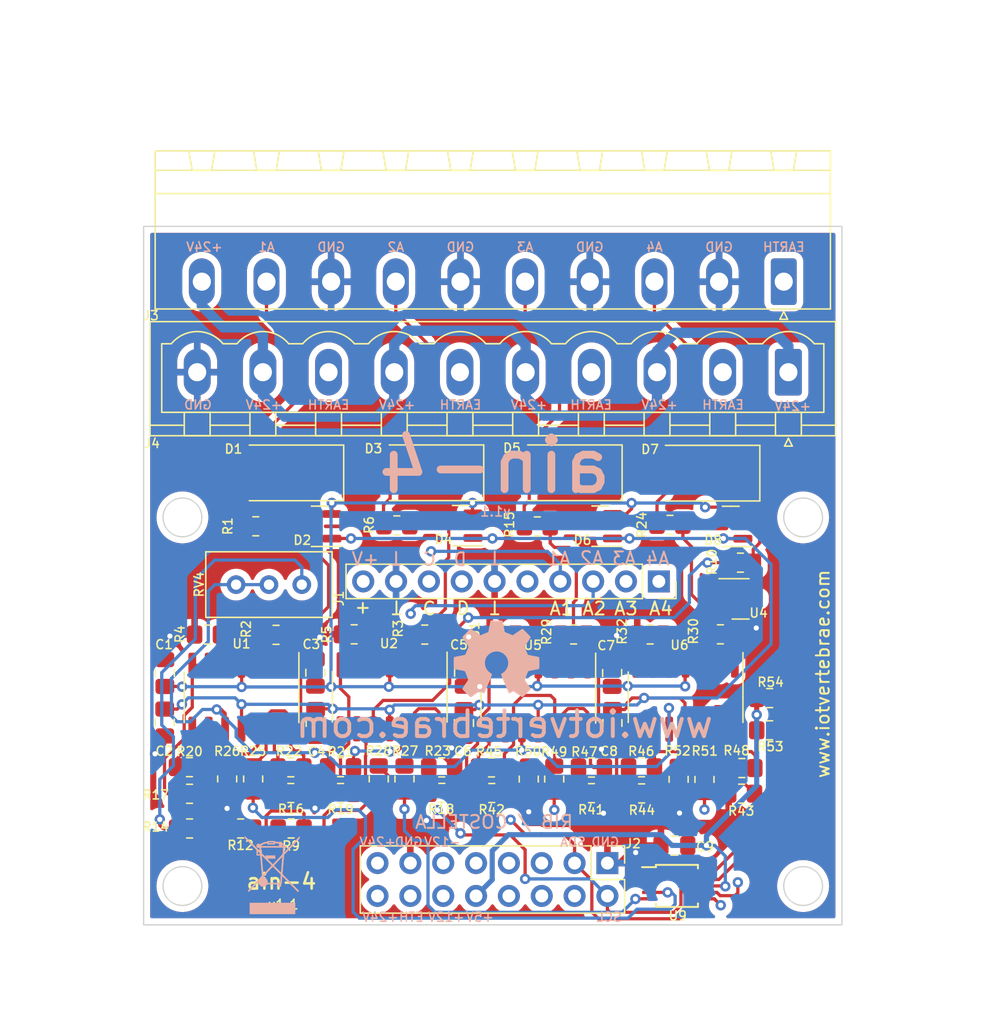
<source format=kicad_pcb>
(kicad_pcb (version 20211014) (generator pcbnew)
  (title_block (title "ain-4") (date "2023-04-06") (rev "1.1") (company "www.iotvertebrae.com") (comment 1 "Mechanical design: Xavier Pi") (comment 2 "Circuit & PCB design: Jordi Binefa"))
  (layers (0 "F.Cu" signal) (1 "In1.Cu" signal) (2 "In2.Cu" signal) (31 "B.Cu" signal) (34 "B.Paste" user) (35 "F.Paste" user) (36 "B.SilkS" user "B.Silkscreen") (37 "F.SilkS" user "F.Silkscreen") (38 "B.Mask" user) (39 "F.Mask" user) (44 "Edge.Cuts" user))
  (net 0 "")
  (net 1 "+12V")
  (net 2 "GNDD")
  (net 3 "-12V")
  (net 4 "+5V")
  (net 5 "/A1")
  (net 6 "/A1I")
  (net 7 "/A2")
  (net 8 "/A2I")
  (net 9 "/A3")
  (net 10 "/A3I")
  (net 11 "/A4")
  (net 12 "/A4I")
  (net 13 "/A4O")
  (net 14 "/A3O")
  (net 15 "/A2O")
  (net 16 "/A1O")
  (net 18 "/SDA")
  (net 19 "/SCL")
  (net 26 "Earth")
  (net 27 "+VSW")
  (net 28 "Net-(R2-Pad1)")
  (net 29 "Net-(R2-Pad2)")
  (net 30 "Net-(R3-Pad1)")
  (net 31 "Net-(R3-Pad2)")
  (net 32 "/VREF")
  (net 33 "Net-(R20-Pad2)")
  (net 34 "Net-(R12-Pad1)")
  (net 35 "Net-(R10-Pad2)")
  (net 36 "Net-(R45-Pad2)")
  (net 37 "Net-(R12-Pad2)")
  (net 38 "Net-(R46-Pad2)")
  (net 39 "Net-(R16-Pad2)")
  (net 40 "Net-(R17-Pad1)")
  (net 41 "Net-(R17-Pad2)")
  (net 42 "Net-(R18-Pad2)")
  (net 43 "Net-(R19-Pad1)")
  (net 44 "Net-(R19-Pad2)")
  (net 45 "Net-(R22-Pad2)")
  (net 46 "Net-(R23-Pad2)")
  (net 47 "Net-(R29-Pad1)")
  (net 48 "Net-(R29-Pad2)")
  (net 49 "Net-(R30-Pad1)")
  (net 50 "Net-(R30-Pad2)")
  (net 51 "Net-(R41-Pad2)")
  (net 52 "Net-(R42-Pad1)")
  (net 53 "Net-(R42-Pad2)")
  (net 54 "Net-(R43-Pad2)")
  (net 55 "Net-(R44-Pad1)")
  (net 56 "Net-(R44-Pad2)")
  (net 57 "Net-(R47-Pad2)")
  (net 58 "Net-(R48-Pad2)")
  (footprint "Resistor_SMD:R_0805_2012Metric_Pad1.20x1.40mm_HandSolder" (layer "F.Cu") (at 139.38 107.82)
    (fp_text reference "R22")
    (fp_text value "10K")
  )
  (footprint "Resistor_SMD:R_0805_2012Metric_Pad1.20x1.40mm_HandSolder" (layer "F.Cu") (at 131.55 109.87)
    (fp_text reference "R17")
    (fp_text value "10K")
  )
  (footprint "Package_TO_SOT_SMD:SOT-23" (layer "F.Cu") (at 152.53 89.14 180)
    (fp_text reference "D4")
    (fp_text value "BAT54S")
  )
  (footprint "Capacitor_SMD:C_0805_2012Metric_Pad1.18x1.45mm_HandSolder" (layer "F.Cu") (at 152.77 104.3975 90)
    (fp_text reference "C6")
    (fp_text value "100nF")
  )
  (footprint "Resistor_SMD:R_0805_2012Metric_Pad1.20x1.40mm_HandSolder" (layer "F.Cu") (at 136.67 89.19)
    (fp_text reference "R1")
    (fp_text value "33")
  )
  (footprint "Resistor_SMD:R_0805_2012Metric_Pad1.20x1.40mm_HandSolder" (layer "F.Cu") (at 166.51 109.84)
    (fp_text reference "R44")
    (fp_text value "10K")
  )
  (footprint "Capacitor_SMD:C_0805_2012Metric_Pad1.18x1.45mm_HandSolder" (layer "F.Cu") (at 141.3 104.3925 90)
    (fp_text reference "C4")
    (fp_text value "100nF")
  )
  (footprint "Resistor_SMD:R_0805_2012Metric_Pad1.20x1.40mm_HandSolder" (layer "F.Cu") (at 147.58 89.12)
    (fp_text reference "R6")
    (fp_text value "33")
  )
  (footprint "Package_TO_SOT_SMD:SOT-23" (layer "F.Cu") (at 141.62 89.19 180)
    (fp_text reference "D2")
    (fp_text value "BAT54S")
  )
  (footprint "Resistor_SMD:R_0805_2012Metric_Pad1.20x1.40mm_HandSolder" (layer "F.Cu") (at 139.38 109.81 180)
    (fp_text reference "R16")
    (fp_text value "10K")
  )
  (footprint "Resistor_SMD:R_0805_2012Metric_Pad1.20x1.40mm_HandSolder" (layer "F.Cu") (at 174.15 92 180)
    (fp_text reference "R10")
    (fp_text value "10K")
  )
  (footprint "Resistor_SMD:R_0805_2012Metric_Pad1.20x1.40mm_HandSolder" (layer "F.Cu") (at 144.28 97.54 180)
    (fp_text reference "R5")
    (fp_text value "RG")
  )
  (footprint "Resistor_SMD:R_0805_2012Metric_Pad1.20x1.40mm_HandSolder" (layer "F.Cu") (at 161.25 97.55)
    (fp_text reference "R29")
    (fp_text value "5K1")
  )
  (footprint "Resistor_SMD:R_0805_2012Metric_Pad1.20x1.40mm_HandSolder" (layer "F.Cu") (at 135.5 112.55 180)
    (fp_text reference "R12")
    (fp_text value "5K1")
  )
  (footprint "Resistor_SMD:R_0805_2012Metric_Pad1.20x1.40mm_HandSolder" (layer "F.Cu") (at 159.75 108.73 -90)
    (fp_text reference "R49")
    (fp_text value "10K")
  )
  (footprint "Connector_PinSocket_2.54mm:PinSocket_1x10_P2.54mm_Vertical" (layer "F.Cu") (at 167.84 93.45 -90)
    (fp_text reference "J1")
    (fp_text value "Conn_01x10")
  )
  (footprint "Resistor_SMD:R_0805_2012Metric_Pad1.20x1.40mm_HandSolder" (layer "F.Cu") (at 143.23 109.81)
    (fp_text reference "R19")
    (fp_text value "10K")
  )
  (footprint "Capacitor_SMD:C_0805_2012Metric_Pad1.18x1.45mm_HandSolder" (layer "F.Cu") (at 141.28 100.5075 90)
    (fp_text reference "C3")
    (fp_text value "100nF")
  )
  (footprint "Resistor_SMD:R_0805_2012Metric_Pad1.20x1.40mm_HandSolder" (layer "F.Cu") (at 168.7 89.08)
    (fp_text reference "R24")
    (fp_text value "33")
  )
  (footprint "Resistor_SMD:R_0805_2012Metric_Pad1.20x1.40mm_HandSolder" (layer "F.Cu") (at 166.5 107.82 180)
    (fp_text reference "R46")
    (fp_text value "10K")
  )
  (footprint "Resistor_SMD:R_0805_2012Metric_Pad1.20x1.40mm_HandSolder" (layer "F.Cu") (at 155.76 97.55 180)
    (fp_text reference "R31")
    (fp_text value "RG")
  )
  (footprint "Diode_SMD:D_SMB_Handsoldering" (layer "F.Cu") (at 171.05 85.08 180)
    (fp_text reference "D7")
    (fp_text value "SMBJ12CA")
  )
  (footprint "Capacitor_SMD:C_0805_2012Metric_Pad1.18x1.45mm_HandSolder" (layer "F.Cu") (at 164.23 100.5275 90)
    (fp_text reference "C7")
    (fp_text value "100nF")
  )
  (footprint "Resistor_SMD:R_0805_2012Metric_Pad1.20x1.40mm_HandSolder" (layer "F.Cu") (at 154.9 107.83 180)
    (fp_text reference "R45")
    (fp_text value "10K")
  )
  (footprint "Resistor_SMD:R_0805_2012Metric_Pad1.20x1.40mm_HandSolder" (layer "F.Cu") (at 157.78 108.73 -90)
    (fp_text reference "R50")
    (fp_text value "10K")
  )
  (footprint "Connector_PinHeader_2.54mm:PinHeader_2x08_P2.54mm_Vertical" (layer "F.Cu") (at 163.865 115.225 -90)
    (fp_text reference "J2")
    (fp_text value "Conn_02x08_Odd_Even")
  )
  (footprint "Resistor_SMD:R_0805_2012Metric_Pad1.20x1.40mm_HandSolder" (layer "F.Cu") (at 154.92 109.81)
    (fp_text reference "R42")
    (fp_text value "10K")
  )
  (footprint "Resistor_SMD:R_0805_2012Metric_Pad1.20x1.40mm_HandSolder" (layer "F.Cu") (at 139.4 112.55)
    (fp_text reference "R9")
    (fp_text value "10K")
  )
  (footprint "Capacitor_SMD:C_0805_2012Metric_Pad1.18x1.45mm_HandSolder" (layer "F.Cu") (at 129.64 100.5325 90)
    (fp_text reference "C1")
    (fp_text value "100nF")
  )
  (footprint "Potentiometer_THT:Potentiometer_Bourns_3296W_Vertical" (layer "F.Cu") (at 135.15 93.7 180)
    (fp_text reference "RV4")
    (fp_text value "10K")
  )
  (footprint "Resistor_SMD:R_0805_2012Metric_Pad1.20x1.40mm_HandSolder" (layer "F.Cu") (at 172.6 97.54)
    (fp_text reference "R30")
    (fp_text value "5K1")
  )
  (footprint "Resistor_SMD:R_0805_2012Metric_Pad1.20x1.40mm_HandSolder" (layer "F.Cu") (at 131.54 107.81 180)
    (fp_text reference "R20")
    (fp_text value "10K")
  )
  (footprint "Resistor_SMD:R_0805_2012Metric_Pad1.20x1.40mm_HandSolder" (layer "F.Cu") (at 174.24 109.86)
    (fp_text reference "R43")
    (fp_text value "10K")
  )
  (footprint "Package_SO:SOIC-14_3.9x8.7mm_P1.27mm" (layer "F.Cu") (at 135.57 102.41 -90)
    (fp_text reference "U1")
    (fp_text value "TL074")
  )
  (footprint "Connector_Phoenix_MSTB:PhoenixContact_MSTBA_2,5_10-G_1x10_P5.00mm_Horizontal" (layer "F.Cu") (at 177.5 70.2775 180)
    (fp_text reference "J3")
    (fp_text value "Conn_01x10")
  )
  (footprint "Resistor_SMD:R_0805_2012Metric_Pad1.20x1.40mm_HandSolder" (layer "F.Cu") (at 131.55 112.55 180)
    (fp_text reference "R14")
    (fp_text value "RADJ")
  )
  (footprint "Diode_SMD:D_SMB_Handsoldering" (layer "F.Cu") (at 138.87 85.06 180)
    (fp_text reference "D1")
    (fp_text value "SMBJ12CA")
  )
  (footprint "Capacitor_SMD:C_0805_2012Metric_Pad1.18x1.45mm_HandSolder" (layer "F.Cu") (at 164.25 104.3925 90)
    (fp_text reference "C8")
    (fp_text value "100nF")
  )
  (footprint "Package_SO:SOIC-14_3.9x8.7mm_P1.27mm" (layer "F.Cu") (at 169.91 102.4 -90)
    (fp_text reference "U6")
    (fp_text value "TL074")
  )
  (footprint "Resistor_SMD:R_0805_2012Metric_Pad1.20x1.40mm_HandSolder" (layer "F.Cu") (at 174.26 107.88)
    (fp_text reference "R48")
    (fp_text value "10K")
  )
  (footprint "Resistor_SMD:R_0805_2012Metric_Pad1.20x1.40mm_HandSolder" (layer "F.Cu") (at 149.74 97.56)
    (fp_text reference "R3")
    (fp_text value "5K1")
  )
  (footprint "Resistor_SMD:R_0805_2012Metric_Pad1.20x1.40mm_HandSolder" (layer "F.Cu") (at 167.17 97.55 180)
    (fp_text reference "R32")
    (fp_text value "RG")
  )
  (footprint "Diode_SMD:D_SMB_Handsoldering" (layer "F.Cu") (at 160.4 85.05 180)
    (fp_text reference "D5")
    (fp_text value "SMBJ12CA")
  )
  (footprint "Resistor_SMD:R_0805_2012Metric_Pad1.20x1.40mm_HandSolder" (layer "F.Cu") (at 171.37 108.76 -90)
    (fp_text reference "R51")
    (fp_text value "10K")
  )
  (footprint "Package_SO:SOIC-14_3.9x8.7mm_P1.27mm" (layer "F.Cu") (at 147.03 102.37 -90)
    (fp_text reference "U2")
    (fp_text value "TL074")
  )
  (footprint "Resistor_SMD:R_0805_2012Metric_Pad1.20x1.40mm_HandSolder" (layer "F.Cu") (at 148.17 108.72 -90)
    (fp_text reference "R27")
    (fp_text value "10K")
  )
  (footprint "Resistor_SMD:R_0805_2012Metric_Pad1.20x1.40mm_HandSolder" (layer "F.Cu") (at 132.94 97.56 180)
    (fp_text reference "R4")
    (fp_text value "RG")
  )
  (footprint "Connector_Phoenix_MSTB:PhoenixContact_MSTBVA_2,5_10-G-5,08_1x10_P5.08mm_Vertical" (layer "F.Cu") (at 177.86 77.2775 180)
    (fp_text reference "J4")
    (fp_text value "Conn_01x10")
  )
  (footprint "Resistor_SMD:R_0805_2012Metric_Pad1.20x1.40mm_HandSolder" (layer "F.Cu") (at 162.63 109.82 180)
    (fp_text reference "R41")
    (fp_text value "10K")
  )
  (footprint "Resistor_SMD:R_0805_2012Metric_Pad1.20x1.40mm_HandSolder" (layer "F.Cu") (at 151.06 109.8 180)
    (fp_text reference "R18")
    (fp_text value "10K")
  )
  (footprint "Resistor_SMD:R_0805_2012Metric_Pad1.20x1.40mm_HandSolder" (layer "F.Cu") (at 138.24 97.58)
    (fp_text reference "R2")
    (fp_text value "5K1")
  )
  (footprint "Resistor_SMD:R_0805_2012Metric_Pad1.20x1.40mm_HandSolder" (layer "F.Cu") (at 146.18 108.72 -90)
    (fp_text reference "R28")
    (fp_text value "10K")
  )
  (footprint "Package_TO_SOT_SMD:SOT-23" (layer "F.Cu") (at 174.1625 94.8)
    (fp_text reference "U4")
    (fp_text value "LM4040DBZ-2.5")
  )
  (footprint "Package_TO_SOT_SMD:SOT-23" (layer "F.Cu") (at 163.3175 89.18 180)
    (fp_text reference "D6")
    (fp_text value "BAT54S")
  )
  (footprint "Resistor_SMD:R_0805_2012Metric_Pad1.20x1.40mm_HandSolder" (layer "F.Cu") (at 136.47 108.72 -90)
    (fp_text reference "R25")
    (fp_text value "10K")
  )
  (footprint "Resistor_SMD:R_0805_2012Metric_Pad1.20x1.40mm_HandSolder" (layer "F.Cu") (at 143.23 107.81 180)
    (fp_text reference "R21")
    (fp_text value "10K")
  )
  (footprint "Resistor_SMD:R_0805_2012Metric_Pad1.20x1.40mm_HandSolder" (layer "F.Cu") (at 162.63 107.84)
    (fp_text reference "R47")
    (fp_text value "10K")
  )
  (footprint "Package_SO:TSSOP-10_3x3mm_P0.5mm" (layer "F.Cu") (at 169.24 116.99)
    (fp_text reference "U9")
    (fp_text value "ADS1115IDGS")
  )
  (footprint "Diode_SMD:D_SMB_Handsoldering" (layer "F.Cu") (at 149.7 85.05 180)
    (fp_text reference "D3")
    (fp_text value "SMBJ12CA")
  )
  (footprint "Package_TO_SOT_SMD:SOT-23" (layer "F.Cu") (at 173.4 89.2 180)
    (fp_text reference "D8")
    (fp_text value "BAT54S")
  )
  (footprint "Capacitor_SMD:C_0805_2012Metric_Pad1.18x1.45mm_HandSolder" (layer "F.Cu") (at 169.0425 113.87)
    (fp_text reference "C9")
    (fp_text value "100nF")
  )
  (footprint "Resistor_SMD:R_0805_2012Metric_Pad1.20x1.40mm_HandSolder" (layer "F.Cu") (at 169.37 108.75 -90)
    (fp_text reference "R52")
    (fp_text value "10K")
  )
  (footprint "Package_SO:SOIC-14_3.9x8.7mm_P1.27mm" (layer "F.Cu") (at 158.52 102.45 -90)
    (fp_text reference "U5")
    (fp_text value "TL074")
  )
  (footprint "Resistor_SMD:R_0805_2012Metric_Pad1.20x1.40mm_HandSolder" (layer "F.Cu") (at 151.05 107.83)
    (fp_text reference "R23")
    (fp_text value "10K")
  )
  (footprint "Capacitor_SMD:C_0805_2012Metric_Pad1.18x1.45mm_HandSolder" (layer "F.Cu") (at 152.78 100.5125 90)
    (fp_text reference "C5")
    (fp_text value "100nF")
  )
  (footprint "Resistor_SMD:R_0805_2012Metric_Pad1.20x1.40mm_HandSolder" (layer "F.Cu") (at 134.46 108.72 -90)
    (fp_text reference "R26")
    (fp_text value "10K")
  )
  (footprint "Resistor_SMD:R_0805_2012Metric_Pad1.20x1.40mm_HandSolder" (layer "F.Cu") (at 158.44 89.2)
    (fp_text reference "R15")
    (fp_text value "33")
  )
  (footprint "Capacitor_SMD:C_0805_2012Metric_Pad1.18x1.45mm_HandSolder" (layer "F.Cu") (at 129.63 104.3575 90)
    (fp_text reference "C2")
    (fp_text value "100nF")
  )
  (footprint "Resistor_SMD:R_0805_2012Metric_Pad1.20x1.40mm_HandSolder" (layer "F.Cu") (at 176.41 102.47 180)
    (fp_text reference "R54")
    (fp_text value "10K")
  )
  (footprint "Resistor_SMD:R_0805_2012Metric_Pad1.20x1.40mm_HandSolder" (layer "F.Cu") (at 176.41 104.96 180)
    (fp_text reference "R53")
    (fp_text value "10K")
  )
  (footprint "Symbol:OSHW-Symbol_6.7x6mm_SilkScreen" (layer "B.Cu") (at 155.3 99.45 180)
    (fp_text reference "REF**" hide)
    (fp_text value "OSHW-Symbol_6.7x6mm_SilkScreen" hide)
  )
  (footprint "Symbol:WEEE-Logo_4.2x6mm_SilkScreen" (layer "B.Cu") (at 137.95 116.15 180)
    (fp_text reference "REF**" hide)
    (fp_text value "WEEE-Logo_4.2x6mm_SilkScreen" hide)
  )
  (gr_circle (center 179 117) (end 180.5 117) (layer "Edge.Cuts") (width 0.1) (fill none))
  (gr_circle (center 131 88.5) (end 132.5 88.5) (layer "Edge.Cuts") (width 0.1) (fill none))
  (gr_circle (center 179 88.5) (end 180.5 88.5) (layer "Edge.Cuts") (width 0.1) (fill none))
  (gr_circle (center 131 117) (end 132.5 117) (layer "Edge.Cuts") (width 0.1) (fill none))
  (gr_rect (start 128 120) (end 182 66) (layer "Edge.Cuts") (width 0.1) (fill none))
  (gr_text "GND" (at 163.7 113.6) (layer "B.SilkS") (effects (font (size 0.7 0.7) (thickness 0.12)) (justify mirror)))
  (gr_text "+V" (at 145.15 91.725) (layer "B.SilkS") (effects (font (size 1 1)) (justify mirror)))
  (gr_text "+24V" (at 146.1 113.6) (layer "B.SilkS") (effects (font (size 0.7 0.7) (thickness 0.12)) (justify mirror)))
  (gr_text "A4" (at 167.5 67.6) (layer "B.SilkS") (effects (font (size 0.7 0.7) (thickness 0.12)) (justify mirror)))
  (gr_text "ETH" (at 148.7 119.4) (layer "B.SilkS") (effects (font (size 0.7 0.7) (thickness 0.12)) (justify mirror)))
  (gr_text "GND" (at 172.5 67.6) (layer "B.SilkS") (effects (font (size 0.7 0.7) (thickness 0.12)) (justify mirror)))
  (gr_text "EARTH" (at 142.3 79.8) (layer "B.SilkS") (effects (font (size 0.7 0.7) (thickness 0.12)) (justify mirror)))
  (gr_text "GND" (at 132.2 79.8) (layer "B.SilkS") (effects (font (size 0.7 0.7) (thickness 0.12)) (justify mirror)))
  (gr_text "A4" (at 167.75 91.7) (layer "B.SilkS") (effects (font (size 1 1)) (justify mirror)))
  (gr_text "D" (at 152.475 91.75) (layer "B.SilkS") (effects (font (size 1 1)) (justify mirror)))
  (gr_text "T" (at 155.15 91.6 180) (layer "B.SilkS") (effects (font (size 1 1)) (justify mirror)))
  (gr_text "+24V" (at 132.7 67.6) (layer "B.SilkS") (effects (font (size 0.7 0.7) (thickness 0.12)) (justify mirror)))
  (gr_text "A3" (at 165.15 91.675) (layer "B.SilkS") (effects (font (size 1 1)) (justify mirror)))
  (gr_text "A1" (at 137.5 67.6) (layer "B.SilkS") (effects (font (size 0.7 0.7) (thickness 0.12)) (justify mirror)))
  (gr_text "+12V" (at 151.4 119.4) (layer "B.SilkS") (effects (font (size 0.7 0.7) (thickness 0.12)) (justify mirror)))
  (gr_text "EARTH" (at 177.5 67.6) (layer "B.SilkS") (effects (font (size 0.7 0.7) (thickness 0.12)) (justify mirror)))
  (gr_text "+5V" (at 154 119.4) (layer "B.SilkS") (effects (font (size 0.7 0.7) (thickness 0.12)) (justify mirror)))
  (gr_text "A2" (at 162.65 91.65) (layer "B.SilkS") (effects (font (size 1 1)) (justify mirror)))
  (gr_text "RIB / COSTELLA" (at 155.1 112.05) (layer "B.SilkS") (effects (font (size 1 1)) (justify mirror)))
  (gr_text "T" (at 147.525 91.625 180) (layer "B.SilkS") (effects (font (size 1 1)) (justify mirror)))
  (gr_text "v1.1" (at 155.2 88.05) (layer "B.SilkS") (effects (font (size 0.75 0.75) (thickness 0.12)) (justify mirror)))
  (gr_text "EARTH" (at 152.5 79.8) (layer "B.SilkS") (effects (font (size 0.7 0.7) (thickness 0.12)) (justify mirror)))
  (gr_text "GND" (at 148.5 113.6) (layer "B.SilkS") (effects (font (size 0.7 0.7) (thickness 0.12)) (justify mirror)))
  (gr_text "GND" (at 142.5 67.6) (layer "B.SilkS") (effects (font (size 0.7 0.7) (thickness 0.12)) (justify mirror)))
  (gr_text "+24V" (at 167.9 79.8) (layer "B.SilkS") (effects (font (size 0.7 0.7) (thickness 0.12)) (justify mirror)))
  (gr_text "EARTH" (at 162.6 79.8) (layer "B.SilkS") (effects (font (size 0.7 0.7) (thickness 0.12)) (justify mirror)))
  (gr_text "EARTH" (at 172.8 79.8) (layer "B.SilkS") (effects (font (size 0.7 0.7) (thickness 0.12)) (justify mirror)))
  (gr_text "A1" (at 160.1 91.7) (layer "B.SilkS") (effects (font (size 1 1)) (justify mirror)))
  (gr_text "C" (at 150.1 91.725) (layer "B.SilkS") (effects (font (size 1 1)) (justify mirror)))
  (gr_text "GND" (at 152.5 67.6) (layer "B.SilkS") (effects (font (size 0.7 0.7) (thickness 0.12)) (justify mirror)))
  (gr_text "+24V" (at 137.3 79.8) (layer "B.SilkS") (effects (font (size 0.7 0.7) (thickness 0.12)) (justify mirror)))
  (gr_text "-12V" (at 151.1 113.6) (layer "B.SilkS") (effects (font (size 0.7 0.7) (thickness 0.12)) (justify mirror)))
  (gr_text "A2" (at 147.5 67.6) (layer "B.SilkS") (effects (font (size 0.7 0.7) (thickness 0.12)) (justify mirror)))
  (gr_text "+24V" (at 178.2 79.9) (layer "B.SilkS") (effects (font (size 0.7 0.7) (thickness 0.12)) (justify mirror)))
  (gr_text "SDA" (at 161.2 113.6) (layer "B.SilkS") (effects (font (size 0.7 0.7) (thickness 0.12)) (justify mirror)))
  (gr_text "+24V" (at 147.6 79.8) (layer "B.SilkS") (effects (font (size 0.7 0.7) (thickness 0.12)) (justify mirror)))
  (gr_text "ain-4" (at 155.15 84.5) (layer "B.SilkS") (effects (font (size 4 4) (thickness 0.6)) (justify mirror)))
  (gr_text "+24V" (at 157.8 79.8) (layer "B.SilkS") (effects (font (size 0.7 0.7) (thickness 0.12)) (justify mirror)))
  (gr_text "www.iotvertebrae.com" (at 155.9 104.5) (layer "B.SilkS") (effects (font (size 2 2) (thickness 0.3)) (justify mirror)))
  (gr_text "A3" (at 157.5 67.6) (layer "B.SilkS") (effects (font (size 0.7 0.7) (thickness 0.12)) (justify mirror)))
  (gr_text "+24V" (at 146.3 119.4) (layer "B.SilkS") (effects (font (size 0.7 0.7) (thickness 0.12)) (justify mirror)))
  (gr_text "SCL" (at 164 119.4) (layer "B.SilkS") (effects (font (size 0.7 0.7) (thickness 0.12)) (justify mirror)))
  (gr_text "GND" (at 162.5 67.6) (layer "B.SilkS") (effects (font (size 0.7 0.7) (thickness 0.12)) (justify mirror)))
  (gr_text "v1.1" (at 138.8 118.425) (layer "F.SilkS") (effects (font (size 0.75 0.75) (thickness 0.12))))
  (gr_text "T" (at 147.55 95.45 180) (layer "F.SilkS") (effects (font (size 1 1))))
  (gr_text "A3" (at 165.3 95.55) (layer "F.SilkS") (effects (font (size 1 1))))
  (gr_text "A1" (at 160.3 95.55) (layer "F.SilkS") (effects (font (size 1 1))))
  (gr_text "D" (at 152.7 95.525) (layer "F.SilkS") (effects (font (size 1 1))))
  (gr_text "C" (at 150.075 95.55) (layer "F.SilkS") (effects (font (size 1 1))))
  (gr_text "ain-4" (at 138.65 116.65) (layer "F.SilkS") (effects (font (size 1.2 1.2) (thickness 0.2))))
  (gr_text "A4" (at 168 95.55) (layer "F.SilkS") (effects (font (size 1 1))))
  (gr_text "T" (at 155.15 95.45 180) (layer "F.SilkS") (effects (font (size 1 1))))
  (gr_text "+" (at 144.95 95.425) (layer "F.SilkS") (effects (font (size 1 1))))
  (gr_text "www.iotvertebrae.com" (at 180.525 100.6 90) (layer "F.SilkS") (effects (font (size 1 1))))
  (gr_text "A2" (at 162.85 95.55) (layer "F.SilkS") (effects (font (size 1 1))))
  (segment (start 129.64 101.57) (end 130.95 101.57) (width 0.25) (layer "F.Cu") (net 1))
  (segment (start 169.87 99.965) (end 169.91 99.925) (width 0.25) (layer "F.Cu") (net 1))
  (segment (start 165.43 101.54) (end 164.255 101.54) (width 0.25) (layer "F.Cu") (net 1))
  (segment (start 147.03 101.52) (end 146.96 101.59) (width 0.25) (layer "F.Cu") (net 1))
  (segment (start 165.73 87.83) (end 165.73 87.39) (width 0.25) (layer "F.Cu") (net 1))
  (segment (start 152.81 101.58) (end 152.78 101.55) (width 0.25) (layer "F.Cu") (net 1))
  (segment (start 135.58 101.61) (end 135.58 99.945) (width 0.25) (layer "F.Cu") (net 1))
  (segment (start 164.255 101.54) (end 164.23 101.565) (width 0.25) (layer "F.Cu") (net 1))
  (segment (start 141.333469 101.598469) (end 141.28 101.545) (width 0.25) (layer "F.Cu") (net 1))
  (segment (start 147.03 99.895) (end 147.03 101.52) (width 0.25) (layer "F.Cu") (net 1))
  (segment (start 153.43 88.1525) (end 153.4675 88.19) (width 0.25) (layer "F.Cu") (net 1))
  (segment (start 171.42 87.71) (end 172.54 87.71) (width 0.25) (layer "F.Cu") (net 1))
  (segment (start 158.52 99.975) (end 158.52 101.45) (width 0.25) (layer "F.Cu") (net 1))
  (segment (start 175.64 90.48) (end 175.14 90.98) (width 0.25) (layer "F.Cu") (net 1))
  (segment (start 172.54 87.71) (end 173.08 88.25) (width 0.25) (layer "F.Cu") (net 1))
  (segment (start 153.9855 101.58) (end 152.81 101.58) (width 0.25) (layer "F.Cu") (net 1))
  (segment (start 174.3375 88.25) (end 175.26 88.25) (width 0.25) (layer "F.Cu") (net 1))
  (segment (start 135.58 99.945) (end 135.57 99.935) (width 0.25) (layer "F.Cu") (net 1))
  (segment (start 165.33 88.23) (end 165.73 87.83) (width 0.25) (layer "F.Cu") (net 1))
  (segment (start 142.4955 101.598469) (end 141.333469 101.598469) (width 0.25) (layer "F.Cu") (net 1))
  (segment (start 142.5575 87.3875) (end 142.55 87.38) (width 0.25) (layer "F.Cu") (net 1))
  (segment (start 175.14 90.98) (end 175.14 91.99) (width 0.25) (layer "F.Cu") (net 1))
  (segment (start 164.255 88.23) (end 165.33 88.23) (width 0.25) (layer "F.Cu") (net 1))
  (segment (start 175.64 88.63) (end 175.64 90.48) (width 0.25) (layer "F.Cu") (net 1))
  (segment (start 158.52 101.45) (end 158.43 101.54) (width 0.25) (layer "F.Cu") (net 1))
  (segment (start 173.08 88.25) (end 174.3375 88.25) (width 0.25) (layer "F.Cu") (net 1))
  (segment (start 175.14 91.99) (end 175.15 92) (width 0.25) (layer "F.Cu") (net 1))
  (segment (start 153.43 87.38) (end 153.43 88.1525) (width 0.25) (layer "F.Cu") (net 1))
  (segment (start 169.87 101.56) (end 169.87 99.965) (width 0.25) (layer "F.Cu") (net 1))
  (segment (start 142.5575 88.24) (end 142.5575 87.3875) (width 0.25) (layer "F.Cu") (net 1))
  (segment (start 130.95 101.57) (end 130.97 101.59) (width 0.25) (layer "F.Cu") (net 1))
  (segment (start 175.26 88.25) (end 175.64 88.63) (width 0.25) (layer "F.Cu") (net 1))
  (via (at 142.55 87.38) (size 0.8) (drill 0.4) (layers "F.Cu" "B.Cu") (net 1))
  (via (at 171.42 87.71) (size 0.8) (drill 0.4) (layers "F.Cu" "B.Cu") (net 1))
  (via (at 135.58 101.61) (size 0.8) (drill 0.4) (layers "F.Cu" "B.Cu") (net 1))
  (via (at 165.43 101.54) (size 0.8) (drill 0.4) (layers "F.Cu" "B.Cu") (net 1))
  (via (at 165.73 87.39) (size 0.8) (drill 0.4) (layers "F.Cu" "B.Cu") (net 1))
  (via (at 146.96 101.59) (size 0.8) (drill 0.4) (layers "F.Cu" "B.Cu") (net 1))
  (via (at 158.43 101.54) (size 0.8) (drill 0.4) (layers "F.Cu" "B.Cu") (net 1))
  (via (at 153.43 87.38) (size 0.8) (drill 0.4) (layers "F.Cu" "B.Cu") (net 1))
  (via (at 153.9855 101.58) (size 0.8) (drill 0.4) (layers "F.Cu" "B.Cu") (net 1))
  (via (at 142.4955 101.598469) (size 0.8) (drill 0.4) (layers "F.Cu" "B.Cu") (net 1))
  (via (at 130.97 101.59) (size 0.8) (drill 0.4) (layers "F.Cu" "B.Cu") (net 1))
  (via (at 169.87 101.56) (size 0.8) (drill 0.4) (layers "F.Cu" "B.Cu") (net 1))
  (segment (start 142.4955 101.598469) (end 142.49 101.592969) (width 0.25) (layer "B.Cu") (net 1))
  (segment (start 169.85 101.54) (end 169.87 101.56) (width 0.25) (layer "B.Cu") (net 1))
  (segment (start 135.56 101.59) (end 135.58 101.61) (width 0.25) (layer "B.Cu") (net 1))
  (segment (start 135.58 101.61) (end 142.483969 101.61) (width 0.25) (layer "B.Cu") (net 1))
  (segment (start 165.43 101.54) (end 169.85 101.54) (width 0.25) (layer "B.Cu") (net 1))
  (segment (start 142.483969 101.61) (end 142.4955 101.598469) (width 0.25) (layer "B.Cu") (net 1))
  (segment (start 158.43 101.54) (end 165.43 101.54) (width 0.25) (layer "B.Cu") (net 1))
  (segment (start 153.43 87.38) (end 164.26 87.38) (width 0.25) (layer "B.Cu") (net 1))
  (segment (start 165.73 87.39) (end 171.1 87.39) (width 0.25) (layer "B.Cu") (net 1))
  (segment (start 142.55 87.38) (end 153.43 87.38) (width 0.25) (layer "B.Cu") (net 1))
  (segment (start 164.27 87.39) (end 165.73 87.39) (width 0.25) (layer "B.Cu") (net 1))
  (segment (start 142.49 101.592969) (end 142.49 87.44) (width 0.25) (layer "B.Cu") (net 1))
  (segment (start 142.503969 101.59) (end 146.96 101.59) (width 0.25) (layer "B.Cu") (net 1))
  (segment (start 142.49 87.44) (end 142.55 87.38) (width 0.25) (layer "B.Cu") (net 1))
  (segment (start 164.26 87.38) (end 164.27 87.39) (width 0.25) (layer "B.Cu") (net 1))
  (segment (start 130.97 101.59) (end 135.56 101.59) (width 0.25) (layer "B.Cu") (net 1))
  (segment (start 153.9855 101.58) (end 158.39 101.58) (width 0.25) (layer "B.Cu") (net 1))
  (segment (start 142.4955 101.598469) (end 142.503969 101.59) (width 0.25) (layer "B.Cu") (net 1))
  (segment (start 146.96 101.59) (end 153.9755 101.59) (width 0.25) (layer "B.Cu") (net 1))
  (segment (start 158.39 101.58) (end 158.43 101.54) (width 0.25) (layer "B.Cu") (net 1))
  (segment (start 153.9755 101.59) (end 153.9855 101.58) (width 0.25) (layer "B.Cu") (net 1))
  (segment (start 171.1 87.39) (end 171.42 87.71) (width 0.25) (layer "B.Cu") (net 1))
  (segment (start 168.005 115.165) (end 167.82 115.35) (width 0.25) (layer "F.Cu") (net 2))
  (segment (start 174.775 95.75) (end 175.375 96.35) (width 0.25) (layer "F.Cu") (net 2))
  (segment (start 166.05 116.77) (end 166.05 114.41) (width 0.25) (layer "F.Cu") (net 2))
  (segment (start 163.865 115.225) (end 164.755 115.225) (width 0.4) (layer "F.Cu") (net 2))
  (segment (start 151.17 111.93) (end 149.87 111.93) (width 0.25) (layer "F.Cu") (net 2))
  (segment (start 140.14 105.04) (end 140.14 99.85) (width 0.25) (layer "F.Cu") (net 2))
  (segment (start 167.35 115.35) (end 167.09 115.61) (width 0.25) (layer "F.Cu") (net 2))
  (segment (start 153.13 97.74) (end 153.76 97.74) (width 0.25) (layer "F.Cu") (net 2))
  (segment (start 146.18 109.72) (end 146.18 111.65) (width 0.25) (layer "F.Cu") (net 2))
  (segment (start 167.09 116.99) (end 166.27 116.99) (width 0.25) (layer "F.Cu") (net 2))
  (segment (start 152.06 109.8) (end 152.06 111.04) (width 0.25) (layer "F.Cu") (net 2))
  (segment (start 158.84 112.32) (end 161.18 112.32) (width 0.25) (layer "F.Cu") (net 2))
  (segment (start 169.37 109.75) (end 169.37 111.29) (width 0.25) (layer "F.Cu") (net 2))
  (segment (start 164.755 115.225) (end 165.57 114.41) (width 0.4) (layer "F.Cu") (net 2))
  (segment (start 141.84 97.54) (end 141.62 97.76) (width 0.4) (layer "F.Cu") (net 2))
  (segment (start 129.64 99.495) (end 129.64 98.07) (width 0.4) (layer "F.Cu") (net 2))
  (segment (start 157.78 109.73) (end 157.78 111.26) (width 0.25) (layer "F.Cu") (net 2))
  (segment (start 168.005 113.87) (end 166.59 113.87) (width 0.25) (layer "F.Cu") (net 2))
  (segment (start 140.38 110.1055) (end 141.25 110.9755) (width 0.25) (layer "F.Cu") (net 2))
  (segment (start 130.15 97.56) (end 130.03 97.68) (width 0.4) (layer "F.Cu") (net 2))
  (segment (start 166.59 113.87) (end 166.05 114.41) (width 0.25) (layer "F.Cu") (net 2))
  (segment (start 141.28 98.1) (end 141.62 97.76) (width 0.4) (layer "F.Cu") (net 2))
  (segment (start 141.28 99.47) (end 141.28 99.813261) (width 0.4) (layer "F.Cu") (net 2))
  (segment (start 129.63 105.395) (end 129.63 106.03) (width 0.25) (layer "F.Cu") (net 2))
  (segment (start 129.63 106.03) (end 128.88 106.78) (width 0.25) (layer "F.Cu") (net 2))
  (segment (start 154.76 97.55) (end 153.95 97.55) (width 0.25) (layer "F.Cu") (net 2))
  (segment (start 146.18 111.65) (end 146.46 111.93) (width 0.25) (layer "F.Cu") (net 2))
  (segment (start 172.6 112) (end 170.08 112) (width 0.25) (layer "F.Cu") (net 2))
  (segment (start 141.3 105.43) (end 141.28 105.45) (width 0.25) (layer "F.Cu") (net 2))
  (segment (start 173.24 109.86) (end 173.24 111.36) (width 0.25) (layer "F.Cu") (net 2))
  (segment (start 173.225 95.75) (end 174.775 95.75) (width 0.25) (layer "F.Cu") (net 2))
  (segment (start 141.28 105.45) (end 140.55 105.45) (width 0.25) (layer "F.Cu") (net 2))
  (segment (start 143.28 97.54) (end 141.84 97.54) (width 0.4) (layer "F.Cu") (net 2))
  (segment (start 140.55 105.45) (end 140.14 105.04) (width 0.25) (layer "F.Cu") (net 2))
  (segment (start 164.23 99.49) (end 164.23 97.97) (width 0.25) (layer "F.Cu") (net 2))
  (segment (start 152.705 105.435) (end 151.82 106.32) (width 0.25) (layer "F.Cu") (net 2))
  (segment (start 152.78 99.475) (end 152.78 98.64) (width 0.25) (layer "F.Cu") (net 2))
  (segment (start 152.77 105.435) (end 152.705 105.435) (width 0.25) (layer "F.Cu") (net 2))
  (segment (start 146.46 111.93) (end 149.87 111.93) (width 0.25) (layer "F.Cu") (net 2))
  (segment (start 169.37 111.29) (end 169.44 111.36) (width 0.25) (layer "F.Cu") (net 2))
  (segment (start 153.13 97.74) (end 153.12 97.75) (width 0.25) (layer "F.Cu") (net 2))
  (segment (start 153.12 97.75) (end 153.12 98.3) (width 0.25) (layer "F.Cu") (net 2))
  (segment (start 140.38 109.81) (end 140.38 110.1055) (width 0.25) (layer "F.Cu") (net 2))
  (segment (start 165.57 114.41) (end 166.05 114.41) (width 0.4) (layer "F.Cu") (net 2))
  (segment (start 164.65 97.55) (end 164.57 97.63) (width 0.25) (layer "F.Cu") (net 2))
  (segment (start 164.25 105.57) (end 163.4 106.42) (width 0.25) (layer "F.Cu") (net 2))
  (segment (start 163.63 109.82) (end 163.63 111.3) (width 0.25) (layer "F.Cu") (net 2))
  (segment (start 158.315 111.795) (end 158.84 112.32) (width 0.25) (layer "F.Cu") (net 2))
  (segment (start 131.94 97.56) (end 130.15 97.56) (width 0.4) (layer "F.Cu") (net 2))
  (segment (start 164.23 97.97) (end 164.57 97.63) (width 0.25) (layer "F.Cu") (net 2))
  (segment (start 173.24 111.36) (end 172.6 112) (width 0.25) (layer "F.Cu") (net 2))
  (segment (start 163.63 111.3) (end 163.56 111.37) (width 0.25) (layer "F.Cu") (net 2))
  (segment (start 140.14 99.85) (end 140.52 99.47) (width 0.25) (layer "F.Cu") (net 2))
  (segment (start 140.38 109.81) (end 140.38 109.98) (width 0.25) (layer "F.Cu") (net 2))
  (segment (start 175.375 96.35) (end 175.375 97.05) (width 0.25) (layer "F.Cu") (net 2))
  (segment (start 161.18 112.32) (end 162.13 111.37) (width 0.25) (layer "F.Cu") (net 2))
  (segment (start 152.06 111.04) (end 151.17 111.93) (width 0.25) (layer "F.Cu") (net 2))
  (segment (start 169.44 111.36) (end 163.57 111.36) (width 0.25) (layer "F.Cu") (net 2))
  (segment (start 167.09 115.61) (end 167.09 115.99) (width 0.25) (layer "F.Cu") (net 2))
  (segment (start 134.46 110.99) (end 134.45 111) (width 0.25) (layer "F.Cu") (net 2))
  (segment (start 166.27 116.99) (end 166.05 116.77) (width 0.25) (layer "F.Cu") (net 2))
  (segment (start 134.46 109.72) (end 134.46 110.99) (width 0.25) (layer "F.Cu") (net 2))
  (segment (start 153.76 97.74) (end 153.95 97.55) (width 0.25) (layer "F.Cu") (net 2))
  (segment (start 140.52 99.47) (end 141.28 99.47) (width 0.25) (layer "F.Cu") (net 2))
  (segment (start 129.64 98.07) (end 130.03 97.68) (width 0.4) (layer "F.Cu") (net 2))
  (segment (start 167.82 115.35) (end 167.35 115.35) (width 0.25) (layer "F.Cu") (net 2))
  (segment (start 166.17 97.55) (end 164.65 97.55) (width 0.25) (layer "F.Cu") (net 2))
  (segment (start 152.78 98.64) (end 153.12 98.3) (width 0.25) (layer "F.Cu") (net 2))
  (segment (start 162.13 111.37) (end 163.56 111.37) (width 0.25) (layer "F.Cu") (net 2))
  (segment (start 141.28 99.47) (end 141.28 98.1) (width 0.4) (layer "F.Cu") (net 2))
  (segment (start 157.78 111.26) (end 158.315 111.795) (width 0.25) (layer "F.Cu") (net 2))
  (segment (start 164.25 105.43) (end 164.25 105.57) (width 0.25) (layer "F.Cu") (net 2))
  (segment (start 163.57 111.36) (end 163.56 111.37) (width 0.25) (layer "F.Cu") (net 2))
  (segment (start 170.08 112) (end 169.44 111.36) (width 0.25) (layer "F.Cu") (net 2))
  (segment (start 168.005 113.87) (end 168.005 115.165) (width 0.25) (layer "F.Cu") (net 2))
  (via (at 141.25 110.9755) (size 0.8) (drill 0.4) (layers "F.Cu" "B.Cu") (net 2))
  (via (at 164.57 97.63) (size 0.8) (drill 0.4) (layers "F.Cu" "B.Cu") (net 2))
  (via (at 128.88 106.78) (size 0.8) (drill 0.4) (layers "F.Cu" "B.Cu") (net 2))
  (via (at 130.03 97.68) (size 0.8) (drill 0.4) (layers "F.Cu" "B.Cu") (net 2))
  (via (at 153.13 97.74) (size 0.8) (drill 0.4) (layers "F.Cu" "B.Cu") (net 2))
  (via (at 149.87 111.93) (size 0.8) (drill 0.4) (layers "F.Cu" "B.Cu") (net 2))
  (via (at 169.44 111.36) (size 0.8) (drill 0.4) (layers "F.Cu" "B.Cu") (net 2))
  (via (at 163.56 111.37) (size 0.8) (drill 0.4) (layers "F.Cu" "B.Cu") (net 2))
  (via (at 166.05 114.41) (size 0.8) (drill 0.4) (layers "F.Cu" "B.Cu") (net 2))
  (via (at 151.82 106.32) (size 0.8) (drill 0.4) (layers "F.Cu" "B.Cu") (net 2))
  (via (at 157.78 111.26) (size 0.8) (drill 0.4) (layers "F.Cu" "B.Cu") (net 2))
  (via (at 175.375 97.05) (size 0.8) (drill 0.4) (layers "F.Cu" "B.Cu") (net 2))
  (via (at 141.62 97.76) (size 0.8) (drill 0.4) (layers "F.Cu" "B.Cu") (net 2))
  (via (at 163.4 106.42) (size 0.8) (drill 0.4) (layers "F.Cu" "B.Cu") (net 2))
  (via (at 134.45 111) (size 0.8) (drill 0.4) (layers "F.Cu" "B.Cu") (net 2))
  (segment (start 172.85 90.15) (end 172.83 90.13) (width 0.25) (layer "F.Cu") (net 3))
  (segment (start 165.57 90.13) (end 164.255 90.13) (width 0.25) (layer "F.Cu") (net 3))
  (segment (start 169.86 104.825) (end 169.91 104.875) (width 0.25) (layer "F.Cu") (net 3))
  (segment (start 154.97 90.13) (end 153.5075 90.13) (width 0.25) (layer "F.Cu") (net 3))
  (segment (start 169.47 102.46) (end 169.86 102.85) (width 0.25) (layer "F.Cu") (net 3))
  (segment (start 153.5075 90.13) (end 153.4675 90.09) (width 0.25) (layer "F.Cu") (net 3))
  (segment (start 174.3375 90.15) (end 172.85 90.15) (width 0.25) (layer "F.Cu") (net 3))
  (segment (start 147.02 103.3745) (end 147.02 104.835) (width 0.25) (layer "F.Cu") (net 3))
  (segment (start 165.39 102.85) (end 165.39 103.16) (width 0.25) (layer "F.Cu") (net 3))
  (segment (start 165.195 103.355) (end 164.25 103.355) (width 0.25) (layer "F.Cu") (net 3))
  (segment (start 129.63 103.32) (end 130.595402 103.32) (width 0.25) (layer "F.Cu") (net 3))
  (segment (start 135.57 102.95) (end 135.57 104.885) (width 0.25) (layer "F.Cu") (net 3))
  (segment (start 165.78 102.46) (end 165.39 102.85) (width 0.25) (layer "F.Cu") (net 3))
  (segment (start 158.51 103) (end 158.51 104.915) (width 0.25) (layer "F.Cu") (net 3))
  (segment (start 130.595402 103.32) (end 130.957701 102.957701) (width 0.25) (layer "F.Cu") (net 3))
  (segment (start 142.5675 90.13) (end 142.5575 90.14) (width 0.25) (layer "F.Cu") (net 3))
  (segment (start 158.51 104.915) (end 158.52 104.925) (width 0.25) (layer "F.Cu") (net 3))
  (segment (start 142.62 103.3) (end 141.355 103.3) (width 0.25) (layer "F.Cu") (net 3))
  (segment (start 144.03 90.13) (end 142.5675 90.13) (width 0.25) (layer "F.Cu") (net 3))
  (segment (start 147.02 104.835) (end 147.03 104.845) (width 0.25) (layer "F.Cu") (net 3))
  (segment (start 165.39 103.16) (end 165.195 103.355) (width 0.25) (layer "F.Cu") (net 3))
  (segment (start 141.355 103.3) (end 141.3 103.355) (width 0.25) (layer "F.Cu") (net 3))
  (segment (start 166.7 102.46) (end 165.78 102.46) (width 0.25) (layer "F.Cu") (net 3))
  (segment (start 169.86 102.85) (end 169.86 104.825) (width 0.25) (layer "F.Cu") (net 3))
  (segment (start 153.60365 103.36) (end 153.959575 103.004075) (width 0.25) (layer "F.Cu") (net 3))
  (segment (start 152.77 103.36) (end 153.60365 103.36) (width 0.25) (layer "F.Cu") (net 3))
  (segment (start 166.7 102.46) (end 169.47 102.46) (width 0.25) (layer "F.Cu") (net 3))
  (via (at 158.51 103) (size 0.8) (drill 0.4) (layers "F.Cu" "B.Cu") (net 3))
  (via (at 130.957701 102.957701) (size 0.8) (drill 0.4) (layers "F.Cu" "B.Cu") (net 3))
  (via (at 172.83 90.13) (size 0.8) (drill 0.4) (layers "F.Cu" "B.Cu") (net 3))
  (via (at 135.57 102.95) (size 0.8) (drill 0.4) (layers "F.Cu" "B.Cu") (net 3))
  (via (at 147.02 103.3745) (size 0.8) (drill 0.4) (layers "F.Cu" "B.Cu") (net 3))
  (via (at 142.62 103.3) (size 0.8) (drill 0.4) (layers "F.Cu" "B.Cu") (net 3))
  (via (at 166.7 102.46) (size 0.8) (drill 0.4) (layers "F.Cu" "B.Cu") (net 3))
  (via (at 154.97 90.13) (size 0.8) (drill 0.4) (layers "F.Cu" "B.Cu") (net 3))
  (via (at 153.959575 103.004075) (size 0.8) (drill 0.4) (layers "F.Cu" "B.Cu") (net 3))
  (via (at 165.57 90.13) (size 0.8) (drill 0.4) (layers "F.Cu" "B.Cu") (net 3))
  (via (at 144.03 90.13) (size 0.8) (drill 0.4) (layers "F.Cu" "B.Cu") (net 3))
  (segment (start 158.51 103) (end 166.16 103) (width 0.25) (layer "B.Cu") (net 3))
  (segment (start 144.03 90.13) (end 154.97 90.13) (width 0.25) (layer "B.Cu") (net 3))
  (segment (start 142.62 103.3) (end 146.9455 103.3) (width 0.25) (layer "B.Cu") (net 3))
  (segment (start 166.16 103) (end 166.7 102.46) (width 0.25) (layer "B.Cu") (net 3))
  (segment (start 130.957701 102.957701) (end 130.957701 102.942299) (width 0.25) (layer "B.Cu") (net 3))
  (segment (start 135.57 102.95) (end 142.27 102.95) (width 0.25) (layer "B.Cu") (net 3))
  (segment (start 173.28 90.13) (end 172.83 90.13) (width 0.25) (layer "B.Cu") (net 3))
  (segment (start 173.28 90.13) (end 174.53 90.13) (width 0.25) (layer "B.Cu") (net 3))
  (segment (start 154.97 90.13) (end 165.57 90.13) (width 0.25) (layer "B.Cu") (net 3))
  (segment (start 130.957701 102.942299) (end 131.45 102.45) (width 0.25) (layer "B.Cu") (net 3))
  (segment (start 158.505925 103.004075) (end 158.51 103) (width 0.25) (layer "B.Cu") (net 3))
  (segment (start 176.52 98.29) (end 176.52 92.12) (width 0.25) (layer "B.Cu") (net 3))
  (segment (start 147.390425 103.004075) (end 147.02 103.3745) (width 0.25) (layer "B.Cu") (net 3))
  (segment (start 174.53 90.13) (end 176.52 92.12) (width 0.25) (layer "B.Cu") (net 3))
  (segment (start 172.83 90.13) (end 165.57 90.13) (width 0.25) (layer "B.Cu") (net 3))
  (segment (start 166.7 102.46) (end 172.35 102.46) (width 0.25) (layer "B.Cu") (net 3))
  (segment (start 172.35 102.46) (end 176.52 98.29) (width 0.25) (layer "B.Cu") (net 3))
  (segment (start 146.9455 103.3) (end 147.02 103.3745) (width 0.25) (layer "B.Cu") (net 3))
  (segment (start 142.27 102.95) (end 142.62 103.3) (width 0.25) (layer "B.Cu") (net 3))
  (segment (start 153.959575 103.004075) (end 147.390425 103.004075) (width 0.25) (layer "B.Cu") (net 3))
  (segment (start 135.07 102.45) (end 135.57 102.95) (width 0.25) (layer "B.Cu") (net 3))
  (segment (start 153.959575 103.004075) (end 158.505925 103.004075) (width 0.25) (layer "B.Cu") (net 3))
  (segment (start 131.45 102.45) (end 135.07 102.45) (width 0.25) (layer "B.Cu") (net 3))
  (segment (start 170.08 113.87) (end 171.51 113.87) (width 0.25) (layer "F.Cu") (net 4))
  (segment (start 175.41 103.76) (end 175.41 104.96) (width 0.4) (layer "F.Cu") (net 4))
  (segment (start 172.95 116.99) (end 172.98 117.02) (width 0.25) (layer "F.Cu") (net 4))
  (segment (start 175.41 103.76) (end 175.41 102.47) (width 0.4) (layer "F.Cu") (net 4))
  (segment (start 171.39 116.99) (end 172.95 116.99) (width 0.25) (layer "F.Cu") (net 4))
  (segment (start 171.51 113.87) (end 171.52 113.86) (width 0.25) (layer "F.Cu") (net 4))
  (via (at 175.41 103.76) (size 0.8) (drill 0.4) (layers "F.Cu" "B.Cu") (net 4))
  (via (at 172.98 117.02) (size 0.8) (drill 0.4) (layers "F.Cu" "B.Cu") (net 4))
  (via (at 171.52 113.86) (size 0.8) (drill 0.4) (layers "F.Cu" "B.Cu") (net 4))
  (segment (start 172.16 113.86) (end 172.98 114.68) (width 0.25) (layer "B.Cu") (net 4))
  (segment (start 158.745 113.03) (end 168.03 113.03) (width 0.4) (layer "B.Cu") (net 4))
  (segment (start 168.03 113.03) (end 168.86 113.86) (width 0.4) (layer "B.Cu") (net 4))
  (segment (start 153.705 117.765) (end 154.955 116.515) (width 0.4) (layer "B.Cu") (net 4))
  (segment (start 171.52 113.86) (end 172.16 113.86) (width 0.25) (layer "B.Cu") (net 4))
  (segment (start 156.21 113.03) (end 158.745 113.03) (width 0.4) (layer "B.Cu") (net 4))
  (segment (start 172.98 114.68) (end 172.98 117.02) (width 0.25) (layer "B.Cu") (net 4))
  (segment (start 168.86 113.86) (end 171.52 113.86) (width 0.4) (layer "B.Cu") (net 4))
  (segment (start 154.955 116.515) (end 154.955 114.285) (width 0.4) (layer "B.Cu") (net 4))
  (segment (start 154.955 114.285) (end 156.21 113.03) (width 0.4) (layer "B.Cu") (net 4))
  (segment (start 175.41 109.24) (end 171.52 113.13) (width 0.4) (layer "B.Cu") (net 4))
  (segment (start 171.52 113.13) (end 171.52 113.86) (width 0.4) (layer "B.Cu") (net 4))
  (segment (start 175.41 103.76) (end 175.41 109.24) (width 0.4) (layer "B.Cu") (net 4))
  (segment (start 137.5 70.2775) (end 137.5 72.81) (width 0.25) (layer "F.Cu") (net 5))
  (segment (start 135.64 87.61) (end 135.64 89.16) (width 0.25) (layer "F.Cu") (net 5))
  (segment (start 136.17 83.13) (end 136.17 85.06) (width 0.25) (layer "F.Cu") (net 5))
  (segment (start 139.83 79.47) (end 136.17 83.13) (width 0.25) (layer "F.Cu") (net 5))
  (segment (start 136.17 85.06) (end 136.17 87.08) (width 0.25) (layer "F.Cu") (net 5))
  (segment (start 139.83 75.14) (end 139.83 79.47) (width 0.25) (layer "F.Cu") (net 5))
  (segment (start 135.64 89.16) (end 135.67 89.19) (width 0.25) (layer "F.Cu") (net 5))
  (segment (start 136.17 87.08) (end 135.64 87.61) (width 0.25) (layer "F.Cu") (net 5))
  (segment (start 137.5 72.81) (end 139.83 75.14) (width 0.25) (layer "F.Cu") (net 5))
  (segment (start 137.67 89.19) (end 140.6825 89.19) (width 0.25) (layer "F.Cu") (net 6))
  (segment (start 137.085 98.605) (end 137.985 98.605) (width 0.25) (layer "F.Cu") (net 6))
  (segment (start 141.6 96.1) (end 142.3 95.4) (width 0.25) (layer "F.Cu") (net 6))
  (segment (start 138.9 96.1) (end 141.6 96.1) (width 0.25) (layer "F.Cu") (net 6))
  (segment (start 136.84 99.935) (end 136.84 98.85) (width 0.25) (layer "F.Cu") (net 6))
  (segment (start 140.6825 90.5825) (end 140.6825 89.19) (width 0.25) (layer "F.Cu") (net 6))
  (segment (start 136.84 98.85) (end 137.085 98.605) (width 0.25) (layer "F.Cu") (net 6))
  (segment (start 142.3 95.4) (end 142.3 92.2) (width 0.25) (layer "F.Cu") (net 6))
  (segment (start 142.3 92.2) (end 140.6825 90.5825) (width 0.25) (layer "F.Cu") (net 6))
  (segment (start 138.26 98.33) (end 138.26 96.72) (width 0.25) (layer "F.Cu") (net 6))
  (segment (start 138.26 96.72) (end 138.89 96.09) (width 0.25) (layer "F.Cu") (net 6))
  (segment (start 138.89 96.09) (end 138.9 96.1) (width 0.25) (layer "F.Cu") (net 6))
  (segment (start 137.985 98.605) (end 138.26 98.33) (width 0.25) (layer "F.Cu") (net 6))
  (segment (start 146.55 87.55) (end 146.55 89.09) (width 0.25) (layer "F.Cu") (net 7))
  (segment (start 147.5 72.62) (end 147.5 70.2775) (width 0.25) (layer "F.Cu") (net 7))
  (segment (start 147.06 82.89) (end 149.91 80.04) (width 0.25) (layer "F.Cu") (net 7))
  (segment (start 149.91 75.03) (end 147.5 72.62) (width 0.25) (layer "F.Cu") (net 7))
  (segment (start 149.91 80.04) (end 149.91 75.03) (width 0.25) (layer "F.Cu") (net 7))
  (segment (start 147.06 87.04) (end 146.55 87.55) (width 0.25) (layer "F.Cu") (net 7))
  (segment (start 147.06 85.06) (end 147.06 87.04) (width 0.25) (layer "F.Cu") (net 7))
  (segment (start 147.06 85.06) (end 147.06 82.89) (width 0.25) (layer "F.Cu") (net 7))
  (segment (start 146.55 89.09) (end 146.58 89.12) (width 0.25) (layer "F.Cu") (net 7))
  (segment (start 151.33 95.57) (end 151.33 91.87) (width 0.25) (layer "F.Cu") (net 8))
  (segment (start 150.85 96.05) (end 151.33 95.57) (width 0.25) (layer "F.Cu") (net 8))
  (segment (start 148.58 89.12) (end 149.78 89.12) (width 0.25) (layer "F.Cu") (net 8))
  (segment (start 149.815 98.098173) (end 149.815 96.415) (width 0.25) (layer "F.Cu") (net 8))
  (segment (start 148.3 99.895) (end 148.3 99.14) (width 0.25) (layer "F.Cu") (net 8))
  (segment (start 148.3 99.14) (end 148.855 98.585) (width 0.25) (layer "F.Cu") (net 8))
  (segment (start 150.18 96.05) (end 150.85 96.05) (width 0.25) (layer "F.Cu") (net 8))
  (segment (start 149.8 89.14) (end 149.78 89.12) (width 0.25) (layer "F.Cu") (net 8))
  (segment (start 148.855 98.585) (end 149.328173 98.585) (width 0.25) (layer "F.Cu") (net 8))
  (segment (start 149.328173 98.585) (end 149.815 98.098173) (width 0.25) (layer "F.Cu") (net 8))
  (segment (start 151.5925 91.6075) (end 151.5925 89.14) (width 0.25) (layer "F.Cu") (net 8))
  (segment (start 149.815 96.415) (end 150.18 96.05) (width 0.25) (layer "F.Cu") (net 8))
  (segment (start 151.5925 89.14) (end 149.8 89.14) (width 0.25) (layer "F.Cu") (net 8))
  (segment (start 151.33 91.87) (end 151.5925 91.6075) (width 0.25) (layer "F.Cu") (net 8))
  (segment (start 157.43 89.19) (end 157.44 89.2) (width 0.25) (layer "F.Cu") (net 9))
  (segment (start 160.16 75.35) (end 160.16 80.44) (width 0.25) (layer "F.Cu") (net 9))
  (segment (start 160.16 80.44) (end 157.82 82.78) (width 0.25) (layer "F.Cu") (net 9))
  (segment (start 157.5 70.2775) (end 157.5 72.69) (width 0.25) (layer "F.Cu") (net 9))
  (segment (start 157.82 82.78) (end 157.82 85.07) (width 0.25) (layer "F.Cu") (net 9))
  (segment (start 157.43 87.6) (end 157.43 89.19) (width 0.25) (layer "F.Cu") (net 9))
  (segment (start 157.82 87.21) (end 157.43 87.6) (width 0.25) (layer "F.Cu") (net 9))
  (segment (start 157.5 72.69) (end 160.16 75.35) (width 0.25) (layer "F.Cu") (net 9))
  (segment (start 157.82 85.07) (end 157.82 87.21) (width 0.25) (layer "F.Cu") (net 9))
  (segment (start 159.77 90.82) (end 159.44 90.49) (width 0.25) (layer "F.Cu") (net 10))
  (segment (start 159.46 89.18) (end 159.44 89.2) (width 0.25) (layer "F.Cu") (net 10))
  (segment (start 159.44 90.49) (end 159.44 89.2) (width 0.25) (layer "F.Cu") (net 10))
  (segment (start 162.38 89.18) (end 159.46 89.18) (width 0.25) (layer "F.Cu") (net 10))
  (segment (start 159.79 99.26) (end 160.475 98.575) (width 0.25) (layer "F.Cu") (net 10))
  (segment (start 160.985 98.575) (end 161.24 98.32) (width 0.25) (layer "F.Cu") (net 10))
  (segment (start 161.46 94.85) (end 161.46 91.38) (width 0.25) (layer "F.Cu") (net 10))
  (segment (start 161.46 91.38) (end 160.9 90.82) (width 0.25) (layer "F.Cu") (net 10))
  (segment (start 160.475 98.575) (end 160.985 98.575) (width 0.25) (layer "F.Cu") (net 10))
  (segment (start 159.79 99.975) (end 159.79 99.26) (width 0.25) (layer "F.Cu") (net 10))
  (segment (start 160.9 90.82) (end 159.77 90.82) (width 0.25) (layer "F.Cu") (net 10))
  (segment (start 161.24 98.32) (end 161.24 95.07) (width 0.25) (layer "F.Cu") (net 10))
  (segment (start 161.24 95.07) (end 161.46 94.85) (width 0.25) (layer "F.Cu") (net 10))
  (segment (start 170.39 80.53) (end 168.83 82.09) (width 0.25) (layer "F.Cu") (net 11))
  (segment (start 168.68 85.08) (end 168.68 82.24) (width 0.25) (layer "F.Cu") (net 11))
  (segment (start 167.7 87.3) (end 167.7 89.08) (width 0.25) (layer "F.Cu") (net 11))
  (segment (start 168.35 86.65) (end 167.7 87.3) (width 0.25) (layer "F.Cu") (net 11))
  (segment (start 168.35 85.08) (end 168.35 86.65) (width 0.25) (layer "F.Cu") (net 11))
  (segment (start 170.39 75.54) (end 170.39 80.53) (width 0.25) (layer "F.Cu") (net 11))
  (segment (start 167.5 72.65) (end 170.39 75.54) (width 0.25) (layer "F.Cu") (net 11))
  (segment (start 168.68 82.24) (end 168.83 82.09) (width 0.25) (layer "F.Cu") (net 11))
  (segment (start 167.5 70.2775) (end 167.5 72.65) (width 0.25) (layer "F.Cu") (net 11))
  (segment (start 169.7 90.1) (end 170.36 90.76) (width 0.25) (layer "F.Cu") (net 12))
  (segment (start 172.6 98.2) (end 172.2 98.6) (width 0.25) (layer "F.Cu") (net 12))
  (segment (start 171.18 98.92) (end 171.18 99.925) (width 0.25) (layer "F.Cu") (net 12))
  (segment (start 172.2 98.6) (end 171.5 98.6) (width 0.25) (layer "F.Cu") (net 12))
  (segment (start 171.5 98.6) (end 171.18 98.92) (width 0.25) (layer "F.Cu") (net 12))
  (segment (start 170.36 94.46) (end 172.6 96.7) (width 0.25) (layer "F.Cu") (net 12))
  (segment (start 169.7 89.08) (end 169.7 90.1) (width 0.25) (layer "F.Cu") (net 12))
  (segment (start 172.6 96.7) (end 172.6 98.2) (width 0.25) (layer "F.Cu") (net 12))
  (segment (start 170.9 89.2) (end 172.4625 89.2) (width 0.25) (layer "F.Cu") (net 12))
  (segment (start 169.7 89.08) (end 170.78 89.08) (width 0.25) (layer "F.Cu") (net 12))
  (segment (start 170.36 90.76) (end 170.36 94.46) (width 0.25) (layer "F.Cu") (net 12))
  (segment (start 170.78 89.08) (end 170.9 89.2) (width 0.25) (layer "F.Cu") (net 12))
  (segment (start 171.37 109.76) (end 171.37 111.09) (width 0.25) (layer "F.Cu") (net 13))
  (segment (start 172.585 117.745) (end 173.728371 117.745) (width 0.25) (layer "F.Cu") (net 13))
  (segment (start 173.728371 117.745) (end 173.9505 117.522871) (width 0.25) (layer "F.Cu") (net 13))
  (segment (start 172.33 117.49) (end 172.585 117.745) (width 0.25) (layer "F.Cu") (net 13))
  (segment (start 173.9505 117.522871) (end 173.9505 116.7145) (width 0.25) (layer "F.Cu") (net 13))
  (segment (start 169.37 107.75) (end 169.37 107.76) (width 0.25) (layer "F.Cu") (net 13))
  (segment (start 171.39 117.49) (end 172.33 117.49) (width 0.25) (layer "F.Cu") (net 13))
  (segment (start 169.37 107.76) (end 171.37 109.76) (width 0.25) (layer "F.Cu") (net 13))
  (via (at 173.9505 116.7145) (size 0.8) (drill 0.4) (layers "F.Cu" "B.Cu") (net 13))
  (via (at 171.37 111.09) (size 0.8) (drill 0.4) (layers "F.Cu" "B.Cu") (net 13))
  (segment (start 171.39 117.99) (end 172.132075 117.99) (width 0.25) (layer "F.Cu") (net 14))
  (segment (start 157.78 107.76) (end 159.75 109.73) (width 0.25) (layer "F.Cu") (net 14))
  (segment (start 159.75 109.73) (end 159.75 111.1) (width 0.25) (layer "F.Cu") (net 14))
  (segment (start 159.75 111.1) (end 159.76 111.11) (width 0.25) (layer "F.Cu") (net 14))
  (segment (start 157.78 107.73) (end 157.78 107.76) (width 0.25) (layer "F.Cu") (net 14))
  (segment (start 172.132075 117.99) (end 172.627575 118.4855) (width 0.25) (layer "F.Cu") (net 14))
  (via (at 172.627575 118.4855) (size 0.8) (drill 0.4) (layers "F.Cu" "B.Cu") (net 14))
  (via (at 159.76 111.11) (size 0.8) (drill 0.4) (layers "F.Cu" "B.Cu") (net 14))
  (segment (start 146.18 107.72) (end 146.18 107.73) (width 0.25) (layer "F.Cu") (net 15))
  (segment (start 166.04 117.99) (end 166.03 118) (width 0.25) (layer "F.Cu") (net 15))
  (segment (start 146.18 107.73) (end 148.17 109.72) (width 0.25) (layer "F.Cu") (net 15))
  (segment (start 148.17 109.72) (end 148.17 111.05) (width 0.25) (layer "F.Cu") (net 15))
  (segment (start 167.09 117.99) (end 166.04 117.99) (width 0.25) (layer "F.Cu") (net 15))
  (via (at 148.65 95.95) (size 0.8) (drill 0.4) (layers "F.Cu" "B.Cu") (net 15))
  (via (at 166.03 118) (size 0.8) (drill 0.4) (layers "F.Cu" "B.Cu") (net 15))
  (via (at 148.17 111.05) (size 0.8) (drill 0.4) (layers "F.Cu" "B.Cu") (net 15))
  (segment (start 162.76 93.45) (end 162.76 94.84) (width 0.25) (layer "B.Cu") (net 15))
  (segment (start 148.17 111.05) (end 148.17 112.73) (width 0.25) (layer "B.Cu") (net 15))
  (segment (start 149.99 118.49) (end 150.53 119.03) (width 0.25) (layer "B.Cu") (net 15))
  (segment (start 148.91 113.47) (end 149.69 113.47) (width 0.25) (layer "B.Cu") (net 15))
  (segment (start 162.76 94.84) (end 162.275 95.325) (width 0.25) (layer "B.Cu") (net 15))
  (segment (start 149.69 113.47) (end 149.99 113.77) (width 0.25) (layer "B.Cu") (net 15))
  (segment (start 148.65 95.7) (end 148.65 95.95) (width 0.25) (layer "B.Cu") (net 15))
  (segment (start 165 119.03) (end 166.03 118) (width 0.25) (layer "B.Cu") (net 15))
  (segment (start 149.99 113.77) (end 149.99 118.49) (width 0.25) (layer "B.Cu") (net 15))
  (segment (start 153.2 95.325) (end 149.025 95.325) (width 0.25) (layer "B.Cu") (net 15))
  (segment (start 149.025 95.325) (end 148.65 95.7) (width 0.25) (layer "B.Cu") (net 15))
  (segment (start 162.275 95.325) (end 153.2 95.325) (width 0.25) (layer "B.Cu") (net 15))
  (segment (start 148.17 112.73) (end 148.91 113.47) (width 0.25) (layer "B.Cu") (net 15))
  (segment (start 150.53 119.03) (end 165 119.03) (width 0.25) (layer "B.Cu") (net 15))
  (segment (start 167.09 117.49) (end 168.52 117.49) (width 0.25) (layer "F.Cu") (net 16))
  (segment (start 136.47 110.93) (end 136.45 110.95) (width 0.25) (layer "F.Cu") (net 16))
  (segment (start 134.47 107.72) (end 136.47 109.72) (width 0.25) (layer "F.Cu") (net 16))
  (segment (start 136.47 109.72) (end 136.47 110.93) (width 0.25) (layer "F.Cu") (net 16))
  (segment (start 134.46 107.72) (end 134.47 107.72) (width 0.25) (layer "F.Cu") (net 16))
  (via (at 150.225 91.125) (size 0.8) (drill 0.4) (layers "F.Cu" "B.Cu") (net 16))
  (via (at 136.45 110.95) (size 0.8) (drill 0.4) (layers "F.Cu" "B.Cu") (net 16))
  (via (at 168.52 117.49) (size 0.8) (drill 0.4) (layers "F.Cu" "B.Cu") (net 16))
  (segment (start 144.2 114.15) (end 144.2 119) (width 0.25) (layer "B.Cu") (net 16))
  (segment (start 145.15 113.2) (end 144.2 114.15) (width 0.25) (layer "B.Cu") (net 16))
  (segment (start 150.225 91.125) (end 159.225 91.125) (width 0.25) (layer "B.Cu") (net 16))
  (segment (start 142.85 111.1) (end 144.6 111.1) (width 0.25) (layer "B.Cu") (net 16))
  (segment (start 168.71 118.79) (end 169.1 118.4) (width 0.25) (layer "B.Cu") (net 16))
  (segment (start 145.15 111.65) (end 145.15 113.2) (width 0.25) (layer "B.Cu") (net 16))
  (segment (start 169.1 118.4) (end 169.1 117.77) (width 0.25) (layer "B.Cu") (net 16))
  (segment (start 144.68 119.48) (end 165.46 119.48) (width 0.25) (layer "B.Cu") (net 16))
  (segment (start 159.225 91.125) (end 160.22 92.12) (width 0.25) (layer "B.Cu") (net 16))
  (segment (start 169.1 117.77) (end 168.82 117.49) (width 0.25) (layer "B.Cu") (net 16))
  (segment (start 165.46 119.48) (end 166.15 118.79) (width 0.25) (layer "B.Cu") (net 16))
  (segment (start 136.45 111) (end 137.15 111.7) (width 0.25) (layer "B.Cu") (net 16))
  (segment (start 144.2 119) (end 144.68 119.48) (width 0.25) (layer "B.Cu") (net 16))
  (segment (start 166.15 118.79) (end 168.71 118.79) (width 0.25) (layer "B.Cu") (net 16))
  (segment (start 144.6 111.1) (end 145.15 111.65) (width 0.25) (layer "B.Cu") (net 16))
  (segment (start 136.45 110.95) (end 136.45 111) (width 0.25) (layer "B.Cu") (net 16))
  (segment (start 160.22 92.12) (end 160.22 93.45) (width 0.25) (layer "B.Cu") (net 16))
  (segment (start 137.15 111.7) (end 142.25 111.7) (width 0.25) (layer "B.Cu") (net 16))
  (segment (start 168.82 117.49) (end 168.52 117.49) (width 0.25) (layer "B.Cu") (net 16))
  (segment (start 142.25 111.7) (end 142.85 111.1) (width 0.25) (layer "B.Cu") (net 16))
  (segment (start 178.85 102.925) (end 178.85 105.85) (width 0.25) (layer "F.Cu") (net 18))
  (segment (start 170.565 116.49) (end 170.15 116.905) (width 0.25) (layer "F.Cu") (net 18))
  (segment (start 156.375 111.875) (end 157.5 113) (width 0.25) (layer "F.Cu") (net 18))
  (segment (start 163.18 119.53) (end 169.44 119.53) (width 0.25) (layer "F.Cu") (net 18))
  (segment (start 162.66 116.56) (end 161.325 115.225) (width 0.25) (layer "F.Cu") (net 18))
  (segment (start 160.525 113) (end 161.325 113.8) (width 0.25) (layer "F.Cu") (net 18))
  (segment (start 171.39 116.49) (end 170.565 116.49) (width 0.25) (layer "F.Cu") (net 18))
  (segment (start 162.66 119.01) (end 162.66 116.56) (width 0.25) (layer "F.Cu") (net 18))
  (segment (start 178.395 102.47) (end 178.85 102.925) (width 0.25) (layer "F.Cu") (net 18))
  (segment (start 161.325 113.8) (end 161.325 115.225) (width 0.25) (layer "F.Cu") (net 18))
  (segment (start 172.484695 116.49) (end 171.39 116.49) (width 0.25) (layer "F.Cu") (net 18))
  (segment (start 157.5 113) (end 160.525 113) (width 0.25) (layer "F.Cu") (net 18))
  (segment (start 177.41 102.47) (end 178.395 102.47) (width 0.25) (layer "F.Cu") (net 18))
  (segment (start 170.15 116.905) (end 170.15 118.82) (width 0.25) (layer "F.Cu") (net 18))
  (segment (start 169.44 119.53) (end 170.15 118.82) (width 0.25) (layer "F.Cu") (net 18))
  (segment (start 176.974847 111.999847) (end 172.484695 116.49) (width 0.25) (layer "F.Cu") (net 18))
  (segment (start 163.18 119.53) (end 162.66 119.01) (width 0.25) (layer "F.Cu") (net 18))
  (segment (start 176.974847 111.999847) (end 176.974847 107.725153) (width 0.25) (layer "F.Cu") (net 18))
  (segment (start 176.974847 107.725153) (end 178.85 105.85) (width 0.25) (layer "F.Cu") (net 18))
  (via (at 156.375 111.875) (size 0.8) (drill 0.4) (layers "F.Cu" "B.Cu") (net 18))
  (segment (start 163.865 117.765) (end 163.865 118.835) (width 0.25) (layer "F.Cu") (net 19))
  (segment (start 172.03 115.99) (end 171.39 115.99) (width 0.25) (layer "F.Cu") (net 19))
  (segment (start 156.35 113.05) (end 153.55 113.05) (width 0.25) (layer "F.Cu") (net 19))
  (segment (start 177.41 104.96) (end 177.41 106.215) (width 0.25) (layer "F.Cu") (net 19))
  (segment (start 164.06 119.03) (end 169.02 119.03) (width 0.25) (layer "F.Cu") (net 19))
  (segment (start 153.55 113.05) (end 152.625 113.05) (width 0.25) (layer "F.Cu") (net 19))
  (segment (start 157.5 114.2) (end 156.35 113.05) (width 0.25) (layer "F.Cu") (net 19))
  (segment (start 169.55 116.39) (end 169.95 115.99) (width 0.25) (layer "F.Cu") (net 19))
  (segment (start 157.5 116.45) (end 157.5 114.2) (width 0.25) (layer "F.Cu") (net 19))
  (segment (start 177.41 106.215) (end 176.4225 107.2025) (width 0.25) (layer "F.Cu") (net 19))
  (segment (start 169.55 118.5) (end 169.55 116.39) (width 0.25) (layer "F.Cu") (net 19))
  (segment (start 176.4225 107.2025) (end 176.4225 111.5975) (width 0.25) (layer "F.Cu") (net 19))
  (segment (start 176.4225 111.5975) (end 172.03 115.99) (width 0.25) (layer "F.Cu") (net 19))
  (segment (start 169.95 115.99) (end 171.39 115.99) (width 0.25) (layer "F.Cu") (net 19))
  (segment (start 163.865 118.835) (end 164.06 119.03) (width 0.25) (layer "F.Cu") (net 19))
  (segment (start 152.625 113.05) (end 152.5 112.925) (width 0.25) (layer "F.Cu") (net 19))
  (segment (start 169.02 119.03) (end 169.55 118.5) (width 0.25) (layer "F.Cu") (net 19))
  (via (at 157.5 116.45) (size 0.8) (drill 0.4) (layers "F.Cu" "B.Cu") (net 19))
  (via (at 150.725 111.125) (size 0.8) (drill 0.4) (layers "F.Cu" "B.Cu") (net 19))
  (via (at 152.5 112.925) (size 0.8) (drill 0.4) (layers "F.Cu" "B.Cu") (net 19))
  (segment (start 152.5 112.9) (end 150.725 111.125) (width 0.25) (layer "B.Cu") (net 19))
  (segment (start 152.5 112.925) (end 152.5 112.9) (width 0.25) (layer "B.Cu") (net 19))
  (segment (start 163.865 117.765) (end 162.55 116.45) (width 0.25) (layer "B.Cu") (net 19))
  (segment (start 162.55 116.45) (end 157.5 116.45) (width 0.25) (layer "B.Cu") (net 19))
  (segment (start 147.38 79.4) (end 147.38 77.2775) (width 0.8) (layer "B.Cu") (net 27))
  (segment (start 137.22 79.02) (end 138.91 80.71) (width 0.8) (layer "B.Cu") (net 27))
  (segment (start 147.38 77.2775) (end 147.38 75.1) (width 0.8) (layer "B.Cu") (net 27))
  (segment (start 137.22 77.2775) (end 137.22 79.02) (width 0.8) (layer "B.Cu") (net 27))
  (segment (start 157.54 79.23) (end 158.94 80.63) (width 0.8) (layer "B.Cu") (net 27))
  (segment (start 157.54 75.15) (end 157.54 77.2775) (width 0.8) (layer "B.Cu") (net 27))
  (segment (start 167.7 79.55) (end 167.7 77.2775) (width 0.8) (layer "B.Cu") (net 27))
  (segment (start 132.5 70.2775) (end 132.5 72.15) (width 0.8) (layer "B.Cu") (net 27))
  (segment (start 157.54 77.2775) (end 157.54 79.23) (width 0.8) (layer "B.Cu") (net 27))
  (segment (start 146.07 80.71) (end 147.38 79.4) (width 0.8) (layer "B.Cu") (net 27))
  (segment (start 156.46 74.07) (end 157.54 75.15) (width 0.8) (layer "B.Cu") (net 27))
  (segment (start 148.41 74.07) (end 156.46 74.07) (width 0.8) (layer "B.Cu") (net 27))
  (segment (start 167.7 75.63) (end 169.1 74.23) (width 0.8) (layer "B.Cu") (net 27))
  (segment (start 138.91 80.71) (end 146.07 80.71) (width 0.8) (layer "B.Cu") (net 27))
  (segment (start 166.62 80.63) (end 167.7 79.55) (width 0.8) (layer "B.Cu") (net 27))
  (segment (start 167.7 77.2775) (end 167.7 75.63) (width 0.8) (layer "B.Cu") (net 27))
  (segment (start 136.61 73.81) (end 137.22 74.42) (width 0.8) (layer "B.Cu") (net 27))
  (segment (start 137.22 74.42) (end 137.22 77.2775) (width 0.8) (layer "B.Cu") (net 27))
  (segment (start 158.94 80.63) (end 166.62 80.63) (width 0.8) (layer "B.Cu") (net 27))
  (segment (start 147.38 75.1) (end 148.41 74.07) (width 0.8) (layer "B.Cu") (net 27))
  (segment (start 134.16 73.81) (end 136.61 73.81) (width 0.8) (layer "B.Cu") (net 27))
  (segment (start 176.83 74.23) (end 177.86 75.26) (width 0.8) (layer "B.Cu") (net 27))
  (segment (start 177.86 75.26) (end 177.86 77.2775) (width 0.8) (layer "B.Cu") (net 27))
  (segment (start 169.1 74.23) (end 176.83 74.23) (width 0.8) (layer "B.Cu") (net 27))
  (segment (start 132.5 72.15) (end 134.16 73.81) (width 0.8) (layer "B.Cu") (net 27))
  (segment (start 133.94 98.38) (end 134.3 98.74) (width 0.25) (layer "F.Cu") (net 28))
  (segment (start 137.24 97.58) (end 133.96 97.58) (width 0.25) (layer "F.Cu") (net 28))
  (segment (start 133.94 97.56) (end 133.94 98.38) (width 0.25) (layer "F.Cu") (net 28))
  (segment (start 133.96 97.58) (end 133.94 97.56) (width 0.25) (layer "F.Cu") (net 28))
  (segment (start 134.3 98.74) (end 134.3 99.935) (width 0.25) (layer "F.Cu") (net 28))
  (segment (start 139.24 98.65) (end 139.24 97.58) (width 0.25) (layer "F.Cu") (net 29))
  (segment (start 138.11 99.935) (end 139.38 99.935) (width 0.25) (layer "F.Cu") (net 29))
  (segment (start 139.38 99.935) (end 139.38 98.79) (width 0.25) (layer "F.Cu") (net 29))
  (segment (start 139.38 98.79) (end 139.24 98.65) (width 0.25) (layer "F.Cu") (net 29))
  (segment (start 145.28 98.45) (end 145.28 97.54) (width 0.25) (layer "F.Cu") (net 30))
  (segment (start 145.76 98.93) (end 145.28 98.45) (width 0.25) (layer "F.Cu") (net 30))
  (segment (start 145.76 99.895) (end 145.76 98.93) (width 0.25) (layer "F.Cu") (net 30))
  (segment (start 148.74 97.56) (end 145.3 97.56) (width 0.25) (layer "F.Cu") (net 30))
  (segment (start 145.3 97.56) (end 145.28 97.54) (width 0.25) (layer "F.Cu") (net 30))
  (segment (start 150.84 99.895) (end 150.84 97.66) (width 0.25) (layer "F.Cu") (net 31))
  (segment (start 150.84 97.66) (end 150.74 97.56) (width 0.25) (layer "F.Cu") (net 31))
  (segment (start 149.57 99.895) (end 150.84 99.895) (width 0.25) (layer "F.Cu") (net 31))
  (segment (start 143.22 104.845) (end 143.22 105.89) (width 0.25) (layer "F.Cu") (net 32))
  (segment (start 132.396827 106.34) (end 131.615 107.121827) (width 0.25) (layer "F.Cu") (net 32))
  (segment (start 142.23 107.81) (end 142.3 107.74) (width 0.25) (layer "F.Cu") (net 32))
  (segment (start 143.22 105.89) (end 142.3 106.81) (width 0.25) (layer "F.Cu") (net 32))
  (segment (start 168.64 104.875) (end 168.64 103.26) (width 0.25) (layer "F.Cu") (net 32))
  (segment (start 168.64 103.26) (end 168.62 103.24) (width 0.25) (layer "F.Cu") (net 32))
  (segment (start 134.3 103.65) (end 134.3 104.885) (width 0.25) (layer "F.Cu") (net 32))
  (segment (start 132.35 111.15) (end 132.55 111.35) (width 0.25) (layer "F.Cu") (net 32))
  (segment (start 131.615 107.121827) (end 131.615 110.865) (width 0.25) (layer "F.Cu") (net 32))
  (segment (start 157.24 106.49) (end 157.24 104.935) (width 0.25) (layer "F.Cu") (net 32))
  (segment (start 142.3 107.74) (end 142.3 106.81) (width 0.25) (layer "F.Cu") (net 32))
  (segment (start 157.24 104.935) (end 157.25 104.925) (width 0.25) (layer "F.Cu") (net 32))
  (segment (start 132.55 111.35) (end 132.55 112.55) (width 0.25) (layer "F.Cu") (net 32))
  (segment (start 142.183029 106.693029) (end 142.3 106.81) (width 0.25) (layer "F.Cu") (net 32))
  (segment (start 131.615 110.865) (end 131.9 111.15) (width 0.25) (layer "F.Cu") (net 32))
  (segment (start 142.3 107.82) (end 142.2 107.82) (width 0.25) (layer "F.Cu") (net 32))
  (segment (start 141.243187 106.693029) (end 142.183029 106.693029) (width 0.25) (layer "F.Cu") (net 32))
  (segment (start 131.9 111.15) (end 132.35 111.15) (width 0.25) (layer "F.Cu") (net 32))
  (segment (start 134.3 106.28) (end 134.24 106.34) (width 0.25) (layer "F.Cu") (net 32))
  (segment (start 134.24 106.34) (end 132.396827 106.34) (width 0.25) (layer "F.Cu") (net 32))
  (segment (start 134 103.35) (end 134.3 103.65) (width 0.25) (layer "F.Cu") (net 32))
  (segment (start 134.3 104.885) (end 134.3 106.28) (width 0.25) (layer "F.Cu") (net 32))
  (segment (start 133.65 103.35) (end 134 103.35) (width 0.25) (layer "F.Cu") (net 32))
  (via (at 133.65 103.35) (size 0.8) (drill 0.4) (layers "F.Cu" "B.Cu") (net 32))
  (via (at 157.24 106.49) (size 0.8) (drill 0.4) (layers "F.Cu" "B.Cu") (net 32))
  (via (at 141.243187 106.693029) (size 0.8) (drill 0.4) (layers "F.Cu" "B.Cu") (net 32))
  (via (at 168.62 103.24) (size 0.8) (drill 0.4) (layers "F.Cu" "B.Cu") (net 32))
  (segment (start 167.68 107.76) (end 168.62 106.82) (width 0.25) (layer "B.Cu") (net 32))
  (segment (start 153.34 106.49) (end 152.815 107.015) (width 0.25) (layer "B.Cu") (net 32))
  (segment (start 135.15 105.45) (end 136.393029 106.693029) (width 0.25) (layer "B.Cu") (net 32))
  (segment (start 133 94.2) (end 133.5 93.7) (width 0.25) (layer "B.Cu") (net 32))
  (segment (start 130.15 100.95) (end 133 98.1) (width 0.25) (layer "B.Cu") (net 32))
  (segment (start 132.55 103.35) (end 131.6 104.3) (width 0.25) (layer "B.Cu") (net 32))
  (segment (start 142.043029 106.693029) (end 143.125 107.775) (width 0.25) (layer "B.Cu") (net 32))
  (segment (start 130.15 103.85) (end 130.15 100.95) (width 0.25) (layer "B.Cu") (net 32))
  (segment (start 157.24 106.49) (end 158.73 106.49) (width 0.25) (layer "B.Cu") (net 32))
  (segment (start 168.62 106.82) (end 168.62 103.24) (width 0.25) (layer "B.Cu") (net 32))
  (segment (start 157.24 106.49) (end 153.34 106.49) (width 0.25) (layer "B.Cu") (net 32))
  (segment (start 141.243187 106.693029) (end 142.043029 106.693029) (width 0.25) (layer "B.Cu") (net 32))
  (segment (start 135.15 104.85) (end 135.15 105.45) (width 0.25) (layer "B.Cu") (net 32))
  (segment (start 133.65 103.35) (end 135.15 104.85) (width 0.25) (layer "B.Cu") (net 32))
  (segment (start 133.5 93.7) (end 135.15 93.7) (width 0.25) (layer "B.Cu") (net 32))
  (segment (start 160 107.76) (end 167.68 107.76) (width 0.25) (layer "B.Cu") (net 32))
  (segment (start 158.73 106.49) (end 160 107.76) (width 0.25) (layer "B.Cu") (net 32))
  (segment (start 131.6 104.3) (end 130.6 104.3) (width 0.25) (layer "B.Cu") (net 32))
  (segment (start 136.393029 106.693029) (end 141.243187 106.693029) (width 0.25) (layer "B.Cu") (net 32))
  (segment (start 137.69 93.7) (end 135.15 93.7) (width 0.25) (layer "B.Cu") (net 32))
  (segment (start 130.6 104.3) (end 130.15 103.85) (width 0.25) (layer "B.Cu") (net 32))
  (segment (start 152.055 107.775) (end 152.815 107.015) (width 0.25) (layer "B.Cu") (net 32))
  (segment (start 143.125 107.775) (end 152.055 107.775) (width 0.25) (layer "B.Cu") (net 32))
  (segment (start 133.65 103.35) (end 132.55 103.35) (width 0.25) (layer "B.Cu") (net 32))
  (segment (start 133 98.1) (end 133 94.2) (width 0.25) (layer "B.Cu") (net 32))
  (segment (start 133.03 104.885) (end 131.76 104.885) (width 0.25) (layer "F.Cu") (net 33))
  (segment (start 130.54 107.2) (end 131.76 105.98) (width 0.25) (layer "F.Cu") (net 33))
  (segment (start 130.54 107.81) (end 130.54 107.2) (width 0.25) (layer "F.Cu") (net 33))
  (segment (start 131.76 105.98) (end 131.76 104.885) (width 0.25) (layer "F.Cu") (net 33))
  (segment (start 144.71 111.15) (end 145.155 110.705) (width 0.25) (layer "F.Cu") (net 34))
  (segment (start 140.2 111.2) (end 140.4 111.4) (width 0.25) (layer "F.Cu") (net 34))
  (segment (start 140.4 112.55) (end 141.75 112.55) (width 0.25) (layer "F.Cu") (net 34))
  (segment (start 137.3 112.55) (end 137.475 112.375) (width 0.25) (layer "F.Cu") (net 34))
  (segment (start 137.475 112.375) (end 137.475 111.575) (width 0.25) (layer "F.Cu") (net 34))
  (segment (start 141.95 111.55) (end 142.35 111.15) (width 0.25) (layer "F.Cu") (net 34))
  (segment (start 140.4 111.4) (end 140.4 112.55) (width 0.25) (layer "F.Cu") (net 34))
  (segment (start 137.475 111.575) (end 137.85 111.2) (width 0.25) (layer "F.Cu") (net 34))
  (segment (start 137.85 111.2) (end 140.2 111.2) (width 0.25) (layer "F.Cu") (net 34))
  (segment (start 145.2 106.91) (end 145.155 106.955) (width 0.25) (layer "F.Cu") (net 34))
  (segment (start 136.5 112.55) (end 137.3 112.55) (width 0.25) (layer "F.Cu") (net 34))
  (segment (start 142.35 111.15) (end 144.71 111.15) (width 0.25) (layer "F.Cu") (net 34))
  (segment (start 144.49 104.845) (end 144.49 105.221751) (width 0.25) (layer "F.Cu") (net 34))
  (segment (start 145.155 106.955) (end 145.155 110.705) (width 0.25) (layer "F.Cu") (net 34))
  (segment (start 141.75 112.55) (end 141.95 112.35) (width 0.25) (layer "F.Cu") (net 34))
  (segment (start 144.49 105.221751) (end 145.2 105.931751) (width 0.25) (layer "F.Cu") (net 34))
  (segment (start 141.95 112.35) (end 141.95 111.55) (width 0.25) (layer "F.Cu") (net 34))
  (segment (start 145.2 105.931751) (end 145.2 106.91) (width 0.25) (layer "F.Cu") (net 34))
  (segment (start 173.15 92) (end 171.6 92) (width 0.25) (layer "F.Cu") (net 35))
  (segment (start 146.52 102.65) (end 145.76 103.41) (width 0.25) (layer "F.Cu") (net 35))
  (segment (start 151.665 101.325) (end 150.34 102.65) (width 0.25) (layer "F.Cu") (net 35))
  (segment (start 145.76 103.41) (end 145.76 104.845) (width 0.25) (layer "F.Cu") (net 35))
  (segment (start 150.34 102.65) (end 146.52 102.65) (width 0.25) (layer "F.Cu") (net 35))
  (segment (start 173.225 93.85) (end 173.225 93.125) (width 0.25) (layer "F.Cu") (net 35))
  (segment (start 151.665 97.885) (end 151.665 97.685) (width 0.25) (layer "F.Cu") (net 35))
  (segment (start 151.665 97.885) (end 151.665 101.325) (width 0.25) (layer "F.Cu") (net 35))
  (segment (start 173.15 92) (end 173.15 93.05) (width 0.25) (layer "F.Cu") (net 35))
  (segment (start 151.665 97.685) (end 153.1 96.25) (width 0.25) (layer "F.Cu") (net 35))
  (segment (start 173.225 93.125) (end 173.15 93.05) (width 0.25) (layer "F.Cu") (net 35))
  (via (at 153.1 96.25) (size 0.8) (drill 0.4) (layers "F.Cu" "B.Cu") (net 35))
  (via (at 171.6 92) (size 0.8) (drill 0.4) (layers "F.Cu" "B.Cu") (net 35))
  (segment (start 170.2 95.1) (end 169.05 96.25) (width 0.25) (layer "B.Cu") (net 35))
  (segment (start 153.1 96.25) (end 169.05 96.25) (width 0.25) (layer "B.Cu") (net 35))
  (segment (start 171.2 92) (end 170.2 93) (width 0.25) (layer "B.Cu") (net 35))
  (segment (start 171.6 92) (end 171.2 92) (width 0.25) (layer "B.Cu") (net 35))
  (segment (start 170.2 93) (end 170.2 95.1) (width 0.25) (layer "B.Cu") (net 35))
  (segment (start 153.9 107.83) (end 153.9 106.9) (width 0.25) (layer "F.Cu") (net 36))
  (segment (start 153.9 106.9) (end 154.08 106.72) (width 0.25) (layer "F.Cu") (net 36))
  (segment (start 154.71 106.09) (end 154.575 106.225) (width 0.25) (layer "F.Cu") (net 36))
  (segment (start 153.9 106.9) (end 154.575 106.225) (width 0.25) (layer "F.Cu") (net 36))
  (segment (start 154.575 106.225) (end 154.08 106.72) (width 0.25) (layer "F.Cu") (net 36))
  (segment (start 154.71 104.925) (end 154.71 106.09) (width 0.25) (layer "F.Cu") (net 36))
  (segment (start 155.98 104.925) (end 154.71 104.925) (width 0.25) (layer "F.Cu") (net 36))
  (segment (start 154.08 106.72) (end 153.89 106.91) (width 0.25) (layer "F.Cu") (net 36))
  (segment (start 129.5 112.55) (end 129.25 112.3) (width 0.25) (layer "F.Cu") (net 37))
  (segment (start 130.95 113.8) (end 134.15 113.8) (width 0.25) (layer "F.Cu") (net 37))
  (segment (start 130.55 113.4) (end 130.95 113.8) (width 0.25) (layer "F.Cu") (net 37))
  (segment (start 134.5 113.45) (end 134.5 112.55) (width 0.25) (layer "F.Cu") (net 37))
  (segment (start 134.15 113.8) (end 134.5 113.45) (width 0.25) (layer "F.Cu") (net 37))
  (segment (start 130.55 112.55) (end 130.55 113.4) (width 0.25) (layer "F.Cu") (net 37))
  (segment (start 129.25 112.3) (end 129.25 111.85) (width 0.25) (layer "F.Cu") (net 37))
  (segment (start 130.55 112.55) (end 129.5 112.55) (width 0.25) (layer "F.Cu") (net 37))
  (via (at 129.25 111.85) (size 0.8) (drill 0.4) (layers "F.Cu" "B.Cu") (net 37))
  (segment (start 129.25 108.75) (end 130.3 107.7) (width 0.25) (layer "B.Cu") (net 37))
  (segment (start 140.23 92.33) (end 140.23 93.7) (width 0.25) (layer "B.Cu") (net 37))
  (segment (start 130.3 107.7) (end 130.3 105.45) (width 0.25) (layer "B.Cu") (net 37))
  (segment (start 129.25 111.85) (end 129.25 108.75) (width 0.25) (layer "B.Cu") (net 37))
  (segment (start 129.4 104.55) (end 129.4 100.5) (width 0.25) (layer "B.Cu") (net 37))
  (segment (start 132 97.9) (end 132 93.3) (width 0.25) (layer "B.Cu") (net 37))
  (segment (start 129.4 100.5) (end 132 97.9) (width 0.25) (layer "B.Cu") (net 37))
  (segment (start 130.3 105.45) (end 129.4 104.55) (width 0.25) (layer "B.Cu") (net 37))
  (segment (start 139.7 91.8) (end 140.23 92.33) (width 0.25) (layer "B.Cu") (net 37))
  (segment (start 132 93.3) (end 133.5 91.8) (width 0.25) (layer "B.Cu") (net 37))
  (segment (start 133.5 91.8) (end 139.7 91.8) (width 0.25) (layer "B.Cu") (net 37))
  (segment (start 166.1 104.875) (end 166.1 106.27) (width 0.25) (layer "F.Cu") (net 38))
  (segment (start 165.49 107.81) (end 165.5 107.82) (width 0.25) (layer "F.Cu") (net 38))
  (segment (start 165.49 106.88) (end 165.49 107.81) (width 0.25) (layer "F.Cu") (net 38))
  (segment (start 166.1 106.27) (end 165.49 106.88) (width 0.25) (layer "F.Cu") (net 38))
  (segment (start 167.37 104.875) (end 166.1 104.875) (width 0.25) (layer "F.Cu") (net 38))
  (segment (start 138.38 107.82) (end 138.38 109.81) (width 0.25) (layer "F.Cu") (net 39))
  (segment (start 138.38 106.79) (end 138.11 106.52) (width 0.25) (layer "F.Cu") (net 39))
  (segment (start 138.38 107.82) (end 138.38 106.79) (width 0.25) (layer "F.Cu") (net 39))
  (segment (start 138.11 104.885) (end 138.11 106.52) (width 0.25) (layer "F.Cu") (net 39))
  (segment (start 129.615 109.595) (end 129.615 107.121827) (width 0.25) (layer "F.Cu") (net 40))
  (segment (start 131.76 99.935) (end 131.76 103.18) (width 0.25) (layer "F.Cu") (net 40))
  (segment (start 131.135 105.601827) (end 131.135 103.805) (width 0.25) (layer "F.Cu") (net 40))
  (segment (start 131.76 103.18) (end 131.135 103.805) (width 0.25) (layer "F.Cu") (net 40))
  (segment (start 129.89 109.87) (end 129.615 109.595) (width 0.25) (layer "F.Cu") (net 40))
  (segment (start 129.615 107.121827) (end 131.135 105.601827) (width 0.25) (layer "F.Cu") (net 40))
  (segment (start 130.55 109.87) (end 129.89 109.87) (width 0.25) (layer "F.Cu") (net 40))
  (segment (start 133.03 99.935) (end 131.76 99.935) (width 0.25) (layer "F.Cu") (net 40))
  (segment (start 132.55 109.87) (end 132.55 107.82) (width 0.25) (layer "F.Cu") (net 41))
  (segment (start 132.55 107.82) (end 132.54 107.81) (width 0.25) (layer "F.Cu") (net 41))
  (segment (start 132.54 107.81) (end 132.54 107.02) (width 0.25) (layer "F.Cu") (net 41))
  (segment (start 136.84 104.885) (end 136.84 106.11) (width 0.25) (layer "F.Cu") (net 41))
  (segment (start 136.16 106.79) (end 132.77 106.79) (width 0.25) (layer "F.Cu") (net 41))
  (segment (start 132.54 107.02) (end 132.77 106.79) (width 0.25) (layer "F.Cu") (net 41))
  (segment (start 136.84 106.11) (end 136.16 106.79) (width 0.25) (layer "F.Cu") (net 41))
  (segment (start 150.05 109.79) (end 150.06 109.8) (width 0.25) (layer "F.Cu") (net 42))
  (segment (start 150.06 106.64) (end 150.06 107.82) (width 0.25) (layer "F.Cu") (net 42))
  (segment (start 149.57 104.845) (end 149.57 106.15) (width 0.25) (layer "F.Cu") (net 42))
  (segment (start 150.05 107.83) (end 150.05 109.79) (width 0.25) (layer "F.Cu") (net 42))
  (segment (start 149.57 106.15) (end 150.06 106.64) (width 0.25) (layer "F.Cu") (net 42))
  (segment (start 142.88 109.81) (end 142.23 109.81) (width 0.25) (layer "F.Cu") (net 43))
  (segment (start 143.22 101.73) (end 143.865 102.375) (width 0.25) (layer "F.Cu") (net 43))
  (segment (start 143.225 106.625) (end 143.225 109.465) (width 0.25) (layer "F.Cu") (net 43))
  (segment (start 143.22 99.895) (end 143.22 101.73) (width 0.25) (layer "F.Cu") (net 43))
  (segment (start 143.865 102.375) (end 143.865 105.985) (width 0.25) (layer "F.Cu") (net 43))
  (segment (start 143.865 105.985) (end 143.225 106.625) (width 0.25) (layer "F.Cu") (net 43))
  (segment (start 144.49 99.895) (end 143.22 99.895) (width 0.25) (layer "F.Cu") (net 43))
  (segment (start 143.225 109.465) (end 142.88 109.81) (width 0.25) (layer "F.Cu") (net 43))
  (segment (start 148.3 105.9) (end 148.3 104.845) (width 0.25) (layer "F.Cu") (net 44))
  (segment (start 147.6 106.6) (end 148.3 105.9) (width 0.25) (layer "F.Cu") (net 44))
  (segment (start 144.23 107.81) (end 144.23 106.67) (width 0.25) (layer "F.Cu") (net 44))
  (segment (start 144.23 106.67) (end 144.34 106.56) (width 0.25) (layer "F.Cu") (net 44))
  (segment (start 147.06 106.6) (end 147.6 106.6) (width 0.25) (layer "F.Cu") (net 44))
  (segment (start 144.23 107.81) (end 144.23 109.81) (width 0.25) (layer "F.Cu") (net 44))
  (via (at 147.06 106.6) (size 0.8) (drill 0.4) (layers "F.Cu" "B.Cu") (net 44))
  (via (at 144.34 106.56) (size 0.8) (drill 0.4) (layers "F.Cu" "B.Cu") (net 44))
  (segment (start 144.34 106.56) (end 147.02 106.56) (width 0.25) (layer "B.Cu") (net 44))
  (segment (start 147.02 106.56) (end 147.06 106.6) (width 0.25) (layer "B.Cu") (net 44))
  (segment (start 139.38 104.885) (end 139.38 106.24) (width 0.25) (layer "F.Cu") (net 45))
  (segment (start 139.38 103.94) (end 138.9 103.46) (width 0.25) (layer "F.Cu") (net 45))
  (segment (start 137.465 103.883249) (end 137.465 106.725) (width 0.25) (layer "F.Cu") (net 45))
  (segment (start 140.01 106.55) (end 139.69 106.55) (width 0.25) (layer "F.Cu") (net 45))
  (segment (start 140.38 106.92) (end 140.01 106.55) (width 0.25) (layer "F.Cu") (net 45))
  (segment (start 139.38 106.24) (end 139.69 106.55) (width 0.25) (layer "F.Cu") (net 45))
  (segment (start 138.9 103.46) (end 137.888249 103.46) (width 0.25) (layer "F.Cu") (net 45))
  (segment (start 137.465 106.725) (end 136.47 107.72) (width 0.25) (layer "F.Cu") (net 45))
  (segment (start 140.38 107.82) (end 140.38 106.92) (width 0.25) (layer "F.Cu") (net 45))
  (segment (start 139.38 104.885) (end 139.38 103.94) (width 0.25) (layer "F.Cu") (net 45))
  (segment (start 137.888249 103.46) (end 137.465 103.883249) (width 0.25) (layer "F.Cu") (net 45))
  (segment (start 150.84 103.57) (end 150.84 104.845) (width 0.25) (layer "F.Cu") (net 46))
  (segment (start 148.945 103.615) (end 149.27 103.29) (width 0.25) (layer "F.Cu") (net 46))
  (segment (start 149.27 103.29) (end 150.56 103.29) (width 0.25) (layer "F.Cu") (net 46))
  (segment (start 150.56 103.29) (end 150.84 103.57) (width 0.25) (layer "F.Cu") (net 46))
  (segment (start 151.99 107.83) (end 152.05 107.83) (width 0.25) (layer "F.Cu") (net 46))
  (segment (start 148.17 107.08) (end 148.945 106.305) (width 0.25) (layer "F.Cu") (net 46))
  (segment (start 150.84 104.845) (end 150.84 106.68) (width 0.25) (layer "F.Cu") (net 46))
  (segment (start 148.17 107.72) (end 148.17 107.08) (width 0.25) (layer "F.Cu") (net 46))
  (segment (start 148.945 106.305) (end 148.945 103.615) (width 0.25) (layer "F.Cu") (net 46))
  (segment (start 150.84 106.68) (end 151.99 107.83) (width 0.25) (layer "F.Cu") (net 46))
  (segment (start 156.76 98.12) (end 157.26 98.62) (width 0.25) (layer "F.Cu") (net 47))
  (segment (start 156.76 97.55) (end 160.25 97.55) (width 0.25) (layer "F.Cu") (net 47))
  (segment (start 156.76 97.55) (end 156.76 98.12) (width 0.25) (layer "F.Cu") (net 47))
  (segment (start 157.26 99.965) (end 157.25 99.975) (width 0.25) (layer "F.Cu") (net 47))
  (segment (start 157.26 98.62) (end 157.26 99.965) (width 0.25) (layer "F.Cu") (net 47))
  (segment (start 162.33 99.975) (end 162.33 97.63) (width 0.25) (layer "F.Cu") (net 48))
  (segment (start 161.06 99.975) (end 162.33 99.975) (width 0.25) (layer "F.Cu") (net 48))
  (segment (start 162.33 97.63) (end 162.25 97.55) (width 0.25) (layer "F.Cu") (net 48))
  (segment (start 168.64 99.925) (end 168.64 98.7) (width 0.25) (layer "F.Cu") (net 49))
  (segment (start 168.17 98.48) (end 168.3 98.61) (width 0.25) (layer "F.Cu") (net 49))
  (segment (start 168.17 97.55) (end 168.17 98.48) (width 0.25) (layer "F.Cu") (net 49))
  (segment (start 171.59 97.55) (end 171.6 97.54) (width 0.25) (layer "F.Cu") (net 49))
  (segment (start 168.3 98.61) (end 168.55 98.61) (width 0.25) (layer "F.Cu") (net 49))
  (segment (start 168.64 98.7) (end 168.55 98.61) (width 0.25) (layer "F.Cu") (net 49))
  (segment (start 168.17 97.55) (end 171.59 97.55) (width 0.25) (layer "F.Cu") (net 49))
  (segment (start 172.45 99.925) (end 173.72 99.925) (width 0.25) (layer "F.Cu") (net 50))
  (segment (start 173.56 97.58) (end 173.6 97.54) (width 0.25) (layer "F.Cu") (net 50))
  (segment (start 173.72 99.925) (end 173.72 98.76) (width 0.25) (layer "F.Cu") (net 50))
  (segment (start 173.56 98.6) (end 173.56 97.58) (width 0.25) (layer "F.Cu") (net 50))
  (segment (start 173.72 98.76) (end 173.56 98.6) (width 0.25) (layer "F.Cu") (net 50))
  (segment (start 161.67 106.62) (end 161.67 107.8) (width 0.25) (layer "F.Cu") (net 51))
  (segment (start 161.63 107.84) (end 161.63 109.82) (width 0.25) (layer "F.Cu") (net 51))
  (segment (start 161.67 106.62) (end 161.06 106.01) (width 0.25) (layer "F.Cu") (net 51))
  (segment (start 161.67 107.8) (end 161.63 107.84) (width 0.25) (layer "F.Cu") (net 51))
  (segment (start 161.06 106.01) (end 161.06 104.925) (width 0.25) (layer "F.Cu") (net 51))
  (segment (start 152.975 108.865) (end 153.92 109.81) (width 0.25) (layer "F.Cu") (net 52))
  (segment (start 153.82 104.168249) (end 153.82 106.010673) (width 0.25) (layer "F.Cu") (net 52))
  (segment (start 154.71 99.975) (end 154.71 103.278249) (width 0.25) (layer "F.Cu") (net 52))
  (segment (start 155.98 99.975) (end 154.71 99.975) (width 0.25) (layer "F.Cu") (net 52))
  (segment (start 153.82 106.010673) (end 152.975 106.855673) (width 0.25) (layer "F.Cu") (net 52))
  (segment (start 154.71 103.278249) (end 153.82 104.168249) (width 0.25) (layer "F.Cu") (net 52))
  (segment (start 152.975 106.855673) (end 152.975 108.865) (width 0.25) (layer "F.Cu") (net 52))
  (segment (start 156.605 102.995) (end 157.335 102.265) (width 0.25) (layer "F.Cu") (net 53))
  (segment (start 155.9 106.78) (end 156.605 106.075) (width 0.25) (layer "F.Cu") (net 53))
  (segment (start 155.9 107.83) (end 155.9 109.79) (width 0.25) (layer "F.Cu") (net 53))
  (segment (start 157.335 102.265) (end 159.465 102.265) (width 0.25) (layer "F.Cu") (net 53))
  (segment (start 156.605 106.075) (end 156.605 102.995) (width 0.25) (layer "F.Cu") (net 53))
  (segment (start 159.465 102.265) (end 159.79 102.59) (width 0.25) (layer "F.Cu") (net 53))
  (segment (start 159.79 102.59) (end 159.79 104.925) (width 0.25) (layer "F.Cu") (net 53))
  (segment (start 155.9 109.79) (end 155.92 109.81) (width 0.25) (layer "F.Cu") (net 53))
  (segment (start 155.9 107.83) (end 155.9 106.78) (width 0.25) (layer "F.Cu") (net 53))
  (segment (start 172.45 105.98) (end 173.26 106.79) (width 0.25) (layer "F.Cu") (net 54))
  (segment (start 173.26 106.79) (end 173.26 107.88) (width 0.25) (layer "F.Cu") (net 54))
  (segment (start 173.26 107.88) (end 175.24 109.86) (width 0.25) (layer "F.Cu") (net 54))
  (segment (start 172.45 104.875) (end 172.45 105.98) (width 0.25) (layer "F.Cu") (net 54))
  (segment (start 165.06 100.49) (end 163.45 100.49) (width 0.25) (layer "F.Cu") (net 55))
  (segment (start 164.585 106.895) (end 164.585 107.121827) (width 0.25) (layer "F.Cu") (net 55))
  (segment (start 164.585 107.121827) (end 164.575 107.131827) (width 0.25) (layer "F.Cu") (net 55))
  (segment (start 165.3 104.854327) (end 165.3 106.18) (width 0.25) (layer "F.Cu") (net 55))
  (segment (start 164.92 109.84) (end 165.51 109.84) (width 0.25) (layer "F.Cu") (net 55))
  (segment (start 164.575 107.131827) (end 164.575 109.495) (width 0.25) (layer "F.Cu") (net 55))
  (segment (start 166.1 99.925) (end 167.37 99.925) (width 0.25) (layer "F.Cu") (net 55))
  (segment (start 165.3 106.18) (end 164.585 106.895) (width 0.25) (layer "F.Cu") (net 55))
  (segment (start 163.18 104.160673) (end 163.536827 104.5175) (width 0.25) (layer "F.Cu") (net 55))
  (segment (start 163.45 100.49) (end 163.18 100.76) (width 0.25) (layer "F.Cu") (net 55))
  (segment (start 164.575 109.495) (end 164.92 109.84) (width 0.25) (layer "F.Cu") (net 55))
  (segment (start 164.963173 104.5175) (end 165.3 104.854327) (width 0.25) (layer "F.Cu") (net 55))
  (segment (start 163.18 100.76) (end 163.18 104.160673) (width 0.25) (layer "F.Cu") (net 55))
  (segment (start 165.625 99.925) (end 165.06 100.49) (width 0.25) (layer "F.Cu") (net 55))
  (segment (start 166.1 99.925) (end 165.625 99.925) (width 0.25) (layer "F.Cu") (net 55))
  (segment (start 163.536827 104.5175) (end 164.963173 104.5175) (width 0.25) (layer "F.Cu") (net 55))
  (segment (start 167.5 106.84) (end 167.73 106.61) (width 0.25) (layer "F.Cu") (net 56))
  (segment (start 171.18 106.24) (end 171.18 104.875) (width 0.25) (layer "F.Cu") (net 56))
  (segment (start 167.5 107.82) (end 167.5 109.83) (width 0.25) (layer "F.Cu") (net 56))
  (segment (start 167.5 106.84) (end 167.5 107.82) (width 0.25) (layer "F.Cu") (net 56))
  (segment (start 167.73 106.61) (end 170.81 106.61) (width 0.25) (layer "F.Cu") (net 56))
  (segment (start 167.5 109.83) (end 167.51 109.84) (width 0.25) (layer "F.Cu") (net 56))
  (segment (start 170.81 106.61) (end 171.18 106.24) (width 0.25) (layer "F.Cu") (net 56))
  (segment (start 160.42 106.23) (end 160.42 103.69) (width 0.25) (layer "F.Cu") (net 57))
  (segment (start 163.63 107.84) (end 162.8 107.84) (width 0.25) (layer "F.Cu") (net 57))
  (segment (start 162.555 106.515) (end 162.33 106.29) (width 0.25) (layer "F.Cu") (net 57))
  (segment (start 159.79 106.86) (end 160.42 106.23) (width 0.25) (layer "F.Cu") (net 57))
  (segment (start 160.42 103.69) (end 160.83 103.28) (width 0.25) (layer "F.Cu") (net 57))
  (segment (start 162.555 107.595) (end 162.555 106.515) (width 0.25) (layer "F.Cu") (net 57))
  (segment (start 162.33 103.59) (end 162.33 104.925) (width 0.25) (layer "F.Cu") (net 57))
  (segment (start 162.02 103.28) (end 162.33 103.59) (width 0.25) (layer "F.Cu") (net 57))
  (segment (start 162.8 107.84) (end 162.555 107.595) (width 0.25) (layer "F.Cu") (net 57))
  (segment (start 160.83 103.28) (end 162.02 103.28) (width 0.25) (layer "F.Cu") (net 57))
  (segment (start 159.79 106.86) (end 159.79 107.69) (width 0.25) (layer "F.Cu") (net 57))
  (segment (start 162.33 106.29) (end 162.33 104.925) (width 0.25) (layer "F.Cu") (net 57))
  (segment (start 159.79 107.69) (end 159.75 107.73) (width 0.25) (layer "F.Cu") (net 57))
  (segment (start 175.3 107.84) (end 175.26 107.88) (width 0.25) (layer "F.Cu") (net 58))
  (segment (start 174.28 106.61) (end 175 106.61) (width 0.25) (layer "F.Cu") (net 58))
  (segment (start 173.72 104.875) (end 173.72 106.05) (width 0.25) (layer "F.Cu") (net 58))
  (segment (start 171.805 106.425) (end 171.805 103.565) (width 0.25) (layer "F.Cu") (net 58))
  (segment (start 172.24 103.13) (end 173.29 103.13) (width 0.25) (layer "F.Cu") (net 58))
  (segment (start 173.72 106.05) (end 174.28 106.61) (width 0.25) (layer "F.Cu") (net 58))
  (segment (start 173.29 103.13) (end 173.72 103.56) (width 0.25) (layer "F.Cu") (net 58))
  (segment (start 175.3 106.91) (end 175.3 107.84) (width 0.25) (layer "F.Cu") (net 58))
  (segment (start 171.805 103.565) (end 172.24 103.13) (width 0.25) (layer "F.Cu") (net 58))
  (segment (start 171.37 107.76) (end 171.37 106.86) (width 0.25) (layer "F.Cu") (net 58))
  (segment (start 171.37 106.86) (end 171.805 106.425) (width 0.25) (layer "F.Cu") (net 58))
  (segment (start 173.72 103.56) (end 173.72 104.875) (width 0.25) (layer "F.Cu") (net 58))
  (segment (start 175 106.61) (end 175.3 106.91) (width 0.25) (layer "F.Cu") (net 58))
  (zone (net 2) (net_name "GNDD") (layer "F.Cu") (connect_pads (clearance 0.508)) (min_thickness 0.254) (fill yes (thermal_gap 0.508) (thermal_bridge_width 0.508))
    (polygon (pts (xy 182 120) (xy 128 120) (xy 128 66) (xy 182 66)))
  )
  (zone (net 2) (net_name "GNDD") (layer "B.Cu") (connect_pads (clearance 0.508)) (min_thickness 0.254) (fill yes (thermal_gap 0.508) (thermal_bridge_width 0.508))
    (polygon (pts (xy 182 120) (xy 128 120) (xy 128 66) (xy 182 66)))
  )
)
</source>
